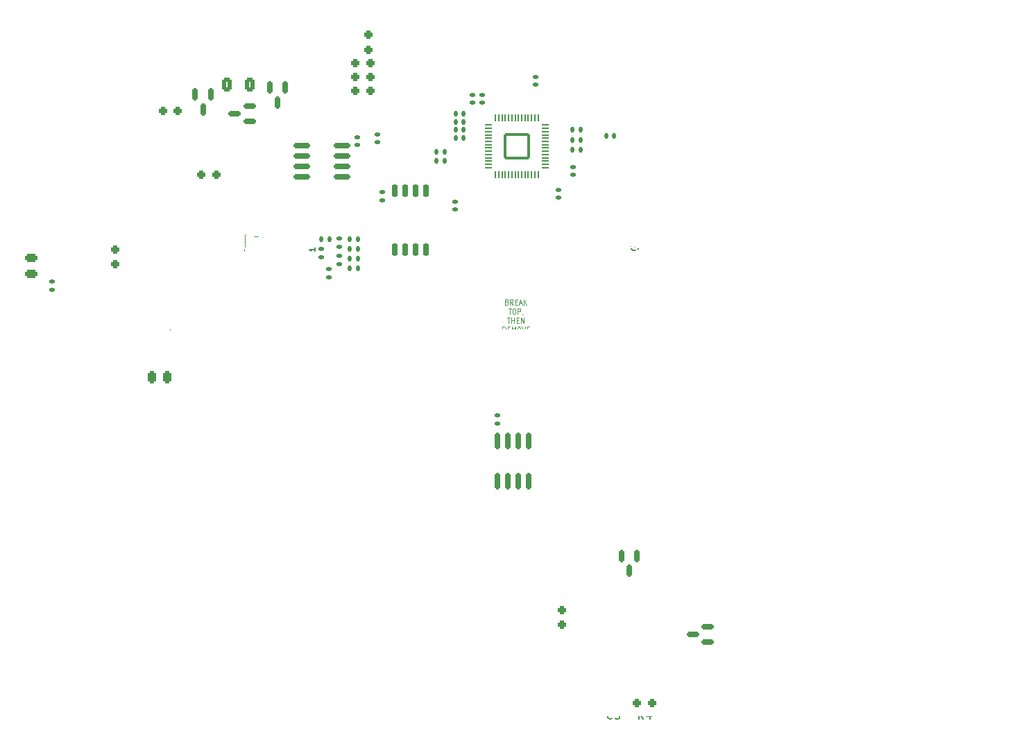
<source format=gto>
G04 #@! TF.GenerationSoftware,KiCad,Pcbnew,(6.0.9)*
G04 #@! TF.CreationDate,2022-12-12T22:53:00-08:00*
G04 #@! TF.ProjectId,PhoZL-2.0.2,50686f5a-4c2d-4322-9e30-2e322e6b6963,rev?*
G04 #@! TF.SameCoordinates,Original*
G04 #@! TF.FileFunction,Legend,Top*
G04 #@! TF.FilePolarity,Positive*
%FSLAX46Y46*%
G04 Gerber Fmt 4.6, Leading zero omitted, Abs format (unit mm)*
G04 Created by KiCad (PCBNEW (6.0.9)) date 2022-12-12 22:53:00*
%MOMM*%
%LPD*%
G01*
G04 APERTURE LIST*
G04 Aperture macros list*
%AMRoundRect*
0 Rectangle with rounded corners*
0 $1 Rounding radius*
0 $2 $3 $4 $5 $6 $7 $8 $9 X,Y pos of 4 corners*
0 Add a 4 corners polygon primitive as box body*
4,1,4,$2,$3,$4,$5,$6,$7,$8,$9,$2,$3,0*
0 Add four circle primitives for the rounded corners*
1,1,$1+$1,$2,$3*
1,1,$1+$1,$4,$5*
1,1,$1+$1,$6,$7*
1,1,$1+$1,$8,$9*
0 Add four rect primitives between the rounded corners*
20,1,$1+$1,$2,$3,$4,$5,0*
20,1,$1+$1,$4,$5,$6,$7,0*
20,1,$1+$1,$6,$7,$8,$9,0*
20,1,$1+$1,$8,$9,$2,$3,0*%
%AMHorizOval*
0 Thick line with rounded ends*
0 $1 width*
0 $2 $3 position (X,Y) of the first rounded end (center of the circle)*
0 $4 $5 position (X,Y) of the second rounded end (center of the circle)*
0 Add line between two ends*
20,1,$1,$2,$3,$4,$5,0*
0 Add two circle primitives to create the rounded ends*
1,1,$1,$2,$3*
1,1,$1,$4,$5*%
%AMFreePoly0*
4,1,397,1.800000,-0.940000,0.408673,-0.940000,0.403277,-1.027235,0.401356,-1.133531,0.402945,-1.281398,0.411246,-1.393555,0.428015,-1.476550,0.454895,-1.537030,0.493756,-1.582129,0.534103,-1.611203,0.615558,-1.643348,0.697633,-1.653926,0.796329,-1.665641,0.796818,-1.665915,0.797379,-1.665882,0.885602,-1.696499,0.886085,-1.696929,0.886718,-1.697051,0.953945,-1.741469,0.954506,-1.742299,
0.955336,-1.742850,0.991086,-1.795975,0.991245,-1.796757,0.991743,-1.797383,0.992100,-1.798622,0.992059,-1.798988,0.992245,-1.799304,0.998244,-1.841600,0.998195,-1.841790,0.998283,-1.841968,1.003319,-1.917100,1.003293,-1.917176,1.003327,-1.917249,1.006969,-2.015726,1.006949,-2.015779,1.006971,-2.015830,1.008789,-2.128157,1.008776,-2.128189,1.008790,-2.128221,1.008917,-2.166485,
1.009242,-2.278465,1.009223,-2.278512,1.009241,-2.278558,1.007796,-2.371336,1.007717,-2.371520,1.007776,-2.371710,1.000931,-2.447096,1.000725,-2.447490,1.000783,-2.447927,0.984905,-2.507730,0.984444,-2.508334,0.984321,-2.509082,0.955778,-2.555109,0.955023,-2.555652,0.954554,-2.556455,0.909717,-2.590517,0.908982,-2.590710,0.908423,-2.591227,0.843661,-2.615132,0.843193,-2.615114,
0.842798,-2.615365,0.754478,-2.630921,0.754229,-2.630866,0.754000,-2.630982,0.638493,-2.639998,0.638370,-2.639958,0.638251,-2.640011,0.491924,-2.644296,0.491870,-2.644275,0.491816,-2.644298,0.311040,-2.645661,0.311024,-2.645654,0.311008,-2.645661,0.092153,-2.645911,0.051430,-2.645971,-0.178230,-2.646549,-0.178242,-2.646544,-0.178254,-2.646549,-0.369163,-2.646129,-0.369210,-2.646109,
-0.369258,-2.646128,-0.524988,-2.642817,-0.525096,-2.642769,-0.525207,-2.642807,-0.649331,-2.634711,-0.649539,-2.634608,-0.649766,-2.634664,-0.745858,-2.619891,-0.746222,-2.619670,-0.746647,-2.619703,-0.818278,-2.596360,-0.818812,-2.595903,-0.819501,-2.595767,-0.870245,-2.561959,-0.870750,-2.561206,-0.871523,-2.560730,-0.904952,-2.514566,-0.905138,-2.513788,-0.905656,-2.513182,-0.925342,-2.452766,
-0.925303,-2.452268,-0.925550,-2.451833,-0.935068,-2.375274,-0.935002,-2.375036,-0.935104,-2.374811,-0.938024,-2.280213,-0.937994,-2.280133,-0.938026,-2.280055,-0.937923,-2.165521,-0.937833,-2.119370,-0.937834,-1.803410,-0.936369,-1.799874,-0.877066,-1.740572,-0.876576,-1.740369,-0.876278,-1.739930,-0.793514,-1.685525,-0.792729,-1.685375,-0.792098,-1.684883,-0.726694,-1.666833,-0.726373,-1.666873,
-0.726096,-1.666707,-0.548823,-1.640469,-0.453663,-1.607693,-0.402766,-1.569117,-0.345169,-1.511522,-0.345631,-1.136259,-0.347252,-0.974299,-0.348989,-0.940000,-0.800000,-0.940000,-0.800000,-0.215041,-0.836656,-0.193977,-0.946948,-0.164784,-1.072629,-0.163822,-1.220285,-0.190343,-1.370229,-0.234730,-1.737574,-0.379606,-2.090998,-0.562564,-2.427441,-0.780837,-2.743769,-1.031620,-3.036902,-1.312144,
-3.303709,-1.619597,-3.541085,-1.951188,-3.745975,-2.304202,-3.804811,-2.422589,-3.960839,-2.791719,-4.077792,-3.164945,-4.156752,-3.547344,-4.198758,-3.943898,-4.205358,-4.339194,-4.201969,-4.463252,-4.197628,-4.553434,-4.191104,-4.618114,-4.181212,-4.665718,-4.166709,-4.704984,-4.146174,-4.744742,-4.145984,-4.745080,-4.060578,-4.856101,-3.946974,-4.942083,-3.814392,-4.996270,-3.798578,-5.000082,
-3.761170,-5.007830,-3.726466,-5.012262,-3.688540,-5.012498,-3.641363,-5.007587,-3.579075,-4.996539,-3.495925,-4.978393,-3.386079,-4.952190,-3.243882,-4.917022,-3.160107,-4.896099,-3.160090,-4.896102,-3.160075,-4.896091,-2.825551,-4.814926,-2.825504,-4.814933,-2.825465,-4.814906,-2.520338,-4.746536,-2.520279,-4.746546,-2.520229,-4.746513,-2.234186,-4.689082,-2.234119,-4.689095,-2.234060,-4.689058,
-1.956778,-4.640707,-1.956708,-4.640723,-1.956649,-4.640687,-1.677813,-4.599558,-1.677751,-4.599574,-1.677695,-4.599542,-1.386988,-4.563779,-1.386947,-4.563790,-1.386909,-4.563770,-1.208530,-4.544727,-1.208456,-4.544749,-1.208387,-4.544714,-0.788972,-4.512186,-0.788865,-4.512221,-0.788763,-4.512174,-0.344963,-4.496401,-0.344871,-4.496435,-0.344780,-4.496398,0.114330,-4.496895,0.114414,-4.496930,
0.114500,-4.496898,0.579843,-4.513179,0.579925,-4.513216,0.580009,-4.513188,1.042509,-4.544767,1.042591,-4.544808,1.042680,-4.544781,1.493263,-4.591174,1.493353,-4.591222,1.493451,-4.591197,1.923040,-4.651918,1.923142,-4.651978,1.923257,-4.651954,2.322776,-4.726517,2.322840,-4.726559,2.322917,-4.726545,2.366542,-4.735989,2.366779,-4.736153,2.367068,-4.736133,2.514152,-4.785220,
2.514595,-4.785604,2.515171,-4.785694,2.638100,-4.860626,2.638477,-4.861143,2.639066,-4.861393,2.733566,-4.957707,2.733832,-4.958367,2.734386,-4.958814,2.796184,-5.072043,2.796268,-5.072821,2.796700,-5.073470,2.821521,-5.199153,2.821433,-5.199595,2.821615,-5.200009,2.821893,-5.212292,2.821745,-5.212674,2.821850,-5.213070,2.804925,-5.339172,2.804595,-5.339741,2.804598,-5.340396,
2.756011,-5.459423,2.755587,-5.459851,2.755451,-5.460439,2.681433,-5.564066,2.680901,-5.564398,2.680618,-5.564956,2.587399,-5.644860,2.586701,-5.645088,2.586199,-5.645622,2.480009,-5.693477,2.479486,-5.693493,2.479057,-5.693796,2.457728,-5.698617,2.457323,-5.698547,2.456955,-5.698729,2.387087,-5.703343,2.386780,-5.703239,2.386474,-5.703346,2.280533,-5.697312,2.280388,-5.697242,
2.280234,-5.697286,2.136975,-5.680464,2.136894,-5.680419,2.136804,-5.680441,1.954985,-5.652688,1.954937,-5.652659,1.954885,-5.652671,1.775715,-5.621580,1.422750,-5.567304,1.038613,-5.525452,0.632604,-5.496232,0.214024,-5.479852,-0.207803,-5.476527,-0.623559,-5.486465,-1.023796,-5.509873,-1.399392,-5.546974,-1.418991,-5.549396,-1.773556,-5.601353,-2.152156,-5.670741,-2.541796,-5.754671,
-2.929412,-5.850236,-3.301917,-5.954528,-3.460779,-6.003419,-3.460810,-6.003416,-3.460833,-6.003435,-3.663945,-6.063458,-3.664094,-6.063442,-3.664216,-6.063530,-3.834344,-6.103619,-3.834572,-6.103582,-3.834770,-6.103700,-3.976058,-6.124270,-3.976395,-6.124185,-3.976715,-6.124322,-4.093298,-6.125789,-4.093760,-6.125604,-4.094244,-6.125710,-4.190263,-6.108489,-4.190728,-6.108191,-4.191282,-6.108192,
-4.253671,-6.082532,-4.254052,-6.082153,-4.254578,-6.082044,-4.390550,-5.989695,-4.390910,-5.989147,-4.391500,-5.988856,-4.490511,-5.875964,-4.490746,-5.875273,-4.491284,-5.874779,-4.553881,-5.740424,-4.553911,-5.739735,-4.554278,-5.739152,-4.581011,-5.582417,-4.580926,-5.582043,-4.581081,-5.581691,-4.582207,-5.532634,-4.585052,-5.448410,-4.593539,-5.336992,-4.606346,-5.213085,-4.621904,-5.092970,
-4.660414,-4.793081,-4.660386,-4.792977,-4.660436,-4.792880,-4.684051,-4.523303,-4.684011,-4.523176,-4.684067,-4.523053,-4.693275,-4.274662,-4.693222,-4.274518,-4.693277,-4.274377,-4.688570,-4.038046,-4.688527,-4.037948,-4.688562,-4.037846,-4.683262,-3.949808,-4.683212,-3.949705,-4.683245,-3.949595,-4.643853,-3.567529,-4.643760,-3.567356,-4.643802,-3.567164,-4.580385,-3.211057,-4.580266,-3.210871,
-4.580295,-3.210654,-4.490070,-2.869846,-4.489936,-2.869670,-4.489947,-2.869447,-4.370127,-2.533281,-4.369996,-2.533136,-4.369991,-2.532939,-4.230649,-2.217397,-4.230522,-2.217276,-4.230507,-2.217102,-4.055517,-1.882177,-4.055357,-1.882043,-4.055322,-1.881838,-3.864133,-1.576577,-3.863949,-1.576446,-3.863893,-1.576229,-3.648848,-1.289829,-3.648663,-1.289720,-3.648593,-1.289516,-3.402039,-1.011177,
-3.401923,-1.011121,-3.401875,-1.011000,-3.307079,-0.913845,-3.306971,-0.913799,-3.306923,-0.913692,-3.042008,-0.664949,-3.041821,-0.664878,-3.041726,-0.664704,-2.773401,-0.448059,-2.773192,-0.447997,-2.773072,-0.447815,-2.490391,-0.255508,-2.490186,-0.255465,-2.490057,-0.255299,-2.182072,-0.079569,-2.181932,-0.079551,-2.181839,-0.079444,-2.003995,0.009919,-2.003897,0.009926,-2.003830,0.009998,
-1.798346,0.104003,-1.798219,0.104008,-1.798129,0.104096,-1.595978,0.185244,-1.595842,0.185243,-1.595741,0.185332,-1.384936,0.257810,-1.384815,0.257803,-1.384720,0.257879,-1.153282,0.325873,-1.153197,0.325864,-1.153128,0.325916,-0.944671,0.379992,-0.800000,0.417724,-0.800000,1.660000,1.800000,1.660000,1.800000,-0.940000,1.800000,-0.940000,$1*%
%AMFreePoly1*
4,1,466,4.128268,6.138208,4.128693,6.138340,4.221084,6.129783,4.221580,6.129522,4.222136,6.129569,4.303090,6.103861,4.303514,6.103504,4.304063,6.103433,4.379090,6.060442,4.379347,6.060109,4.379750,6.059990,4.454357,5.999588,4.454443,5.999429,4.454613,5.999366,4.475155,5.980289,4.475217,5.980153,4.475355,5.980093,4.535551,5.917527,4.535693,5.917166,4.536021,5.916960,
4.580360,5.854677,4.580476,5.854173,4.580852,5.853817,4.612519,5.782932,4.612532,5.782477,4.612804,5.782110,4.634982,5.693736,4.634940,5.693452,4.635085,5.693204,4.650959,5.578454,4.650926,5.578326,4.650987,5.578209,4.661229,5.462209,4.672755,5.333438,4.687835,5.196765,4.704385,5.069757,4.718284,4.981170,4.718280,4.981155,4.718288,4.981143,4.730835,4.898185,
4.730804,4.898058,4.730865,4.897944,4.740372,4.804730,4.740342,4.804628,4.740389,4.804531,4.747181,4.694391,4.747155,4.694317,4.747187,4.694247,4.751588,4.560508,4.751570,4.560460,4.751590,4.560414,4.753927,4.396403,4.753917,4.396378,4.753928,4.396351,4.754530,4.238019,4.754524,4.238004,4.754530,4.237990,4.754205,4.062905,4.754196,4.062883,4.754205,4.062861,
4.752711,3.922460,4.752693,3.922418,4.752709,3.922376,4.749589,3.809017,4.749559,3.808949,4.749583,3.808879,4.744385,3.714921,4.744340,3.714828,4.744371,3.714729,4.736640,3.632530,4.736587,3.632429,4.736616,3.632318,4.725898,3.554235,4.725849,3.554152,4.725870,3.554060,4.711710,3.472450,4.711689,3.472416,4.711697,3.472376,4.707744,3.451457,4.707678,3.451356,
4.707697,3.451237,4.601013,2.998814,4.600876,2.998624,4.600893,2.998393,4.458156,2.566588,4.458000,2.566407,4.457996,2.566166,4.280044,2.156216,4.279867,2.156045,4.279840,2.155801,4.067508,1.768941,4.067314,1.768785,4.067263,1.768540,3.821388,1.406007,3.821178,1.405869,3.821104,1.405627,3.542521,1.068654,3.542298,1.068536,3.542201,1.068303,3.231746,0.758128,
3.231514,0.758032,3.231397,0.757811,2.889906,0.475668,2.889672,0.475596,2.889538,0.475392,2.527847,0.228688,2.527654,0.228648,2.527534,0.228491,2.274813,0.082318,2.274645,0.082296,2.274533,0.082167,2.015739,-0.046296,2.015564,-0.046308,2.015442,-0.046431,1.742981,-0.160145,1.742817,-0.160145,1.742694,-0.160255,1.448971,-0.262176,1.448830,-0.262168,1.448719,-0.262256,
1.126139,-0.355343,1.126038,-0.355332,1.125956,-0.355392,0.859132,-0.421512,0.715035,-0.463160,0.589378,-0.519345,0.518465,-0.560591,0.493893,-0.575351,0.460705,-0.606956,0.314786,-0.693941,0.200000,-0.731237,0.200000,-1.240000,1.800000,-1.240000,1.800000,-3.840000,-0.800000,-3.840000,-0.800000,-1.240000,-0.200000,-1.240000,-0.200000,-0.733543,-0.343569,-0.680150,-0.485717,-0.587131,
-0.603725,-0.464931,-0.691726,-0.319622,-0.745348,-0.158429,-0.761926,0.010639,-0.740634,0.179178,-0.682532,0.338812,-0.590508,0.481606,-0.469134,0.600464,-0.402247,0.641613,-0.381218,0.685926,-0.363081,0.750183,-0.352297,0.829119,-0.346998,0.930789,-0.345283,1.063231,-0.345166,1.138528,-0.345166,1.509656,-0.412391,1.576650,-0.453385,1.613052,-0.494509,1.635166,-0.550419,1.648609,
-0.633798,1.658206,-0.633815,1.658216,-0.633835,1.658210,-0.735724,1.670718,-0.736025,1.670888,-0.736368,1.670840,-0.813236,1.690732,-0.813815,1.691168,-0.814532,1.691271,-0.869861,1.724049,-0.870477,1.724870,-0.871355,1.725407,-0.908627,1.776578,-0.908828,1.777413,-0.909371,1.778075,-0.932068,1.853142,-0.932021,1.853619,-0.932251,1.854037,-0.943855,1.958506,-0.943794,1.958715,
-0.943884,1.958915,-0.947876,2.098289,-0.947853,2.098349,-0.947878,2.098409,-0.948119,2.153061,-0.948110,2.153083,-0.948119,2.153106,-0.947572,2.274538,-0.947546,2.274600,-0.947570,2.274663,-0.944996,2.362151,-0.944930,2.362299,-0.944978,2.362453,-0.939399,2.424372,-0.939251,2.424654,-0.939309,2.424968,-0.929749,2.469691,-0.929490,2.470067,-0.929494,2.470520,-0.914977,2.506423,
-0.914758,2.506646,-0.914724,2.506956,-0.904316,2.525907,-0.904043,2.526126,-0.903959,2.526465,-0.866993,2.576658,-0.866099,2.577198,-0.865462,2.578026,-0.819733,2.604357,-0.818946,2.604460,-0.818294,2.604911,-0.763406,2.616776,-0.763058,2.616713,-0.762741,2.616874,-0.720082,2.620218,-0.719983,2.620186,-0.719889,2.620229,-0.640375,2.623383,-0.640340,2.623370,-0.640306,2.623385,
-0.529412,2.626248,-0.529393,2.626241,-0.529373,2.626249,-0.392576,2.628720,-0.392563,2.628715,-0.392548,2.628721,-0.235325,2.630702,-0.235313,2.630697,-0.235302,2.630702,-0.063130,2.632091,-0.063120,2.632087,-0.063110,2.632091,0.105645,2.632764,0.105650,2.632762,0.105655,2.632764,0.879570,2.634333,0.879626,2.634310,0.879685,2.634333,0.881406,2.633577,0.883109,2.632876,
0.883133,2.632819,0.883189,2.632794,1.007526,2.503131,1.008191,2.501427,1.008916,2.499764,1.022193,1.790384,1.022004,1.789903,1.022114,1.789397,1.021327,1.788175,1.020796,1.786821,1.020322,1.786614,1.020042,1.786180,0.938079,1.729380,0.937775,1.729314,0.937578,1.729075,0.862966,1.689426,0.862399,1.689371,0.861949,1.689021,0.767087,1.662862,0.766783,1.662900,
0.766522,1.662741,0.611235,1.638723,0.553188,1.621632,0.510108,1.595836,0.482248,1.570604,0.451531,1.536342,0.431798,1.501011,0.419069,1.452589,0.409893,1.379223,0.405065,1.323546,0.398833,1.188821,0.400588,1.050678,0.409490,0.919076,0.424679,0.804120,0.445263,0.715900,0.458644,0.682236,0.496745,0.618693,0.553496,0.536915,0.619501,0.449262,0.685420,0.367950,
0.741929,0.305155,0.760753,0.287115,0.851531,0.220540,0.948976,0.178302,1.058036,0.160336,1.183624,0.166832,1.330474,0.198084,1.503196,0.254343,1.661846,0.316964,2.044001,0.499136,2.404894,0.716821,2.742004,0.967905,3.052698,1.250222,3.334373,1.561614,3.584498,1.900027,3.592635,1.912312,3.804036,2.270847,3.978612,2.648258,4.115389,3.041009,4.213329,3.445469,
4.271390,3.857989,4.288538,4.275045,4.287307,4.346125,4.283718,4.467132,4.279281,4.554489,4.272589,4.616802,4.262257,4.662916,4.246852,4.701835,4.224760,4.742619,4.221734,4.747801,4.145181,4.845771,4.044803,4.927645,3.932151,4.986330,3.818836,5.014661,3.789188,5.016151,3.746621,5.011074,3.669589,4.996666,3.565277,4.974452,3.440528,4.945921,3.302195,4.912567,
3.214437,4.890585,3.214420,4.890587,3.214406,4.890577,2.815024,4.793254,2.814959,4.793264,2.814906,4.793227,2.443760,4.712213,2.443681,4.712227,2.443613,4.712183,2.091318,4.646311,2.091228,4.646330,2.091148,4.646282,1.748319,4.594385,1.748224,4.594409,1.748138,4.594361,1.405393,4.555272,1.405301,4.555298,1.405215,4.555255,1.053168,4.527805,1.053086,4.527832,
1.053008,4.527795,0.682274,4.510818,0.682206,4.510842,0.682141,4.510814,0.283338,4.503143,0.283299,4.503158,0.283261,4.503142,0.093769,4.502415,0.093747,4.502424,0.093725,4.502415,-0.186213,4.503810,-0.186246,4.503824,-0.186279,4.503811,-0.433122,4.508277,-0.433167,4.508297,-0.433215,4.508279,-0.656131,4.516457,-0.656189,4.516484,-0.656249,4.516463,-0.864407,4.528998,
-0.864471,4.529029,-0.864538,4.529008,-1.067106,4.546542,-1.067166,4.546573,-1.067233,4.546554,-1.273381,4.569731,-1.273433,4.569760,-1.273489,4.569745,-1.492384,4.599206,-1.492418,4.599226,-1.492457,4.599216,-1.674406,4.626426,-1.674433,4.626442,-1.674463,4.626435,-1.904357,4.663529,-1.904406,4.663559,-1.904462,4.663547,-2.096151,4.698659,-2.096235,4.698714,-2.096335,4.698696,
-2.253773,4.733682,-2.253909,4.733778,-2.254075,4.733759,-2.381216,4.770476,-2.381422,4.770640,-2.381685,4.770637,-2.482483,4.810940,-2.482761,4.811211,-2.483147,4.811264,-2.561556,4.857008,-2.561866,4.857416,-2.562349,4.857582,-2.622321,4.910623,-2.622566,4.911125,-2.623044,4.911416,-2.668538,4.973609,-2.668653,4.974081,-2.669014,4.974406,-2.703980,5.047608,-2.703997,5.047928,
-2.704208,5.048170,-2.729354,5.122980,-2.729326,5.123385,-2.729544,5.123731,-2.747077,5.226339,-2.746909,5.227077,-2.747109,5.227807,-2.734722,5.326017,-2.734366,5.326642,-2.734357,5.327359,-2.689766,5.431502,-2.689483,5.431778,-2.689419,5.432169,-2.646003,5.502175,-2.645625,5.502446,-2.645470,5.502885,-2.553430,5.605135,-2.552738,5.605466,-2.552280,5.606081,-2.440413,5.672988,
-2.439614,5.673106,-2.438956,5.673572,-2.312193,5.702410,-2.311704,5.702327,-2.311251,5.702532,-2.282333,5.703497,-2.282091,5.703406,-2.281845,5.703490,-2.225873,5.699891,-2.225756,5.699834,-2.225633,5.699869,-2.137511,5.689915,-2.137459,5.689886,-2.137399,5.689902,-2.026618,5.674855,-2.026580,5.674833,-2.026538,5.674843,-1.902592,5.655964,-1.902563,5.655946,-1.902529,5.655954,
-1.813769,5.641264,-1.274400,5.560469,-0.752528,5.506712,-0.233836,5.478924,0.296010,5.476047,0.389909,5.478003,0.903842,5.499723,1.389863,5.540027,1.858776,5.600707,2.321288,5.683551,2.788090,5.790347,3.269958,5.922906,3.532645,6.003440,3.532650,6.003439,3.532656,6.003444,3.725889,6.062200,3.725988,6.062190,3.726068,6.062251,3.885827,6.104373,3.886006,6.104349,
3.886156,6.104448,4.017949,6.129806,4.018242,6.129746,4.018508,6.129881,4.127846,6.138346,4.128268,6.138208,4.128268,6.138208,$1*%
%AMFreePoly2*
4,1,109,2.423048,2.892512,2.446920,2.888310,2.451927,2.883128,2.458779,2.880902,2.473024,2.861296,2.489866,2.843866,2.490871,2.836731,2.495106,2.830902,2.495106,2.806663,2.498486,2.782666,2.471432,2.628953,2.468694,2.623799,2.468851,2.617962,2.380444,2.318632,2.376698,2.313172,2.376028,2.306587,2.250031,2.021036,2.245617,2.016101,2.244110,2.009656,2.203805,1.943010,
2.482545,2.046854,2.491614,2.046526,2.500000,2.050000,4.000000,2.050000,4.035355,2.035355,4.050000,2.000000,4.050000,0.900000,4.035355,0.864645,4.000000,0.850000,2.500000,0.850000,2.491234,0.853631,2.481746,0.853451,1.980546,1.050000,1.361999,1.050000,1.105862,0.905567,1.099374,0.904257,1.094308,0.899996,0.805051,0.782755,0.798448,0.782286,0.792878,0.778709,
0.500000,0.701823,0.500000,0.571170,0.597174,0.473315,0.687196,0.329249,0.743064,0.168820,0.762000,0.000000,0.761703,-0.021276,0.738060,-0.189502,0.677735,-0.348309,0.583726,-0.489804,0.460705,-0.606956,0.314786,-0.693941,0.153221,-0.746436,-0.015958,-0.761833,-0.184344,-0.739365,-0.343569,-0.680150,-0.485717,-0.587131,-0.603725,-0.464931,-0.691726,-0.319622,-0.745348,-0.158429,
-0.761926,0.010639,-0.740634,0.179178,-0.682532,0.338812,-0.590508,0.481606,-0.500000,0.570238,-0.500000,0.701823,-0.792878,0.778709,-0.798448,0.782286,-0.805050,0.782755,-1.094308,0.899996,-1.099374,0.904257,-1.105862,0.905567,-1.344265,1.040000,-1.980989,1.040000,-2.482545,0.853146,-2.491614,0.853474,-2.500000,0.850000,-4.000000,0.850000,-4.035355,0.864645,-4.050000,0.900000,
-4.050000,2.000000,-4.035355,2.035355,-4.000000,2.050000,-2.500000,2.050000,-2.491234,2.046369,-2.481746,2.046549,-2.199479,1.935856,-2.244110,2.009656,-2.245617,2.016101,-2.250031,2.021036,-2.376029,2.306588,-2.376699,2.313174,-2.380443,2.318631,-2.468851,2.617962,-2.468694,2.623799,-2.471432,2.628953,-2.498486,2.782666,-2.495106,2.806663,-2.495106,2.830902,-2.490871,2.836731,
-2.489866,2.843866,-2.473024,2.861296,-2.458779,2.880902,-2.451927,2.883128,-2.446920,2.888310,-2.423048,2.892512,-2.400000,2.900000,2.400000,2.900000,2.423048,2.892512,2.423048,2.892512,$1*%
%AMFreePoly3*
4,1,109,0.174003,0.741867,0.334039,0.684881,0.477472,0.593856,0.597174,0.473315,0.687196,0.329249,0.743064,0.168820,0.762000,0.000000,0.761703,-0.021276,0.738060,-0.189502,0.677735,-0.348309,0.583726,-0.489804,0.500000,-0.569536,0.500000,-0.701823,0.792878,-0.778709,0.798448,-0.782286,0.805051,-0.782755,1.094308,-0.899996,1.099374,-0.904257,1.105862,-0.905567,1.346039,-1.041000,
1.979990,-1.041000,2.481545,-0.854146,2.490614,-0.854474,2.499000,-0.851000,4.000000,-0.851000,4.035355,-0.865645,4.050000,-0.901000,4.050000,-2.001000,4.035355,-2.036355,4.000000,-2.051000,2.499000,-2.051000,2.490234,-2.047369,2.480746,-2.047549,2.200583,-1.937681,2.244110,-2.009656,2.245617,-2.016101,2.250031,-2.021036,2.376028,-2.306587,2.376698,-2.313172,2.380444,-2.318632,
2.468851,-2.617962,2.468694,-2.623799,2.471432,-2.628953,2.498486,-2.782666,2.495106,-2.806663,2.495106,-2.830902,2.490871,-2.836731,2.489866,-2.843866,2.473024,-2.861296,2.458779,-2.880902,2.451927,-2.883128,2.446920,-2.888310,2.423048,-2.892512,2.400000,-2.900000,-2.400000,-2.900000,-2.423048,-2.892512,-2.446920,-2.888310,-2.451927,-2.883128,-2.458779,-2.880902,-2.473024,-2.861296,
-2.489866,-2.843866,-2.490871,-2.836731,-2.495106,-2.830902,-2.495106,-2.806663,-2.498486,-2.782666,-2.471432,-2.628953,-2.468694,-2.623799,-2.468851,-2.617962,-2.380443,-2.318631,-2.376699,-2.313174,-2.376029,-2.306588,-2.250031,-2.021036,-2.245617,-2.016101,-2.244110,-2.009656,-2.203805,-1.943010,-2.482545,-2.046854,-2.491614,-2.046526,-2.500000,-2.050000,-4.000000,-2.050000,-4.035355,-2.035355,
-4.050000,-2.000000,-4.050000,-0.900000,-4.035355,-0.864645,-4.000000,-0.850000,-2.500000,-0.850000,-2.491234,-0.853631,-2.481746,-0.853451,-1.980545,-1.050000,-1.361999,-1.050000,-1.105862,-0.905567,-1.099374,-0.904257,-1.094308,-0.899996,-0.805050,-0.782755,-0.798448,-0.782286,-0.792878,-0.778709,-0.500000,-0.701823,-0.500000,-0.572341,-0.603725,-0.464931,-0.691726,-0.319622,-0.745348,-0.158429,
-0.761926,0.010639,-0.740634,0.179178,-0.682532,0.338812,-0.590508,0.481606,-0.469134,0.600464,-0.324444,0.689478,-0.163628,0.744224,0.005320,0.761981,0.174003,0.741867,0.174003,0.741867,$1*%
%AMFreePoly4*
4,1,52,0.073905,0.494508,0.209726,0.453889,0.328688,0.376782,0.421226,0.269385,0.479903,0.140333,0.500000,0.000000,0.499851,-0.012216,0.493270,-0.051334,2.240667,-0.051334,2.244203,-0.052798,2.245667,-0.056334,2.245667,-5.115167,2.244203,-5.118703,2.240667,-5.120167,1.669167,-5.120167,1.665631,-5.118703,1.664167,-5.115167,1.664167,-0.632834,0.213667,-0.632834,0.213667,-5.115167,
0.212203,-5.118703,0.208667,-5.120167,-0.384000,-5.120167,-0.387536,-5.118703,-0.389000,-5.115167,-0.389000,-0.632834,-1.860666,-0.632834,-1.860666,-5.115167,-1.862130,-5.118703,-1.865666,-5.120167,-2.437166,-5.120167,-2.440702,-5.118703,-2.442166,-5.115167,-2.442166,-0.056334,-2.440702,-0.052798,-2.437166,-0.051334,-0.540331,-0.051334,-0.516310,0.048800,-0.516081,0.049116,-0.516084,0.049507,
-0.478875,0.141542,-0.478152,0.146186,-0.469840,0.163891,-0.466788,0.171439,-0.466264,0.171972,-0.466055,0.172692,-0.465216,0.173739,-0.417904,0.274511,-0.324060,0.380769,-0.204165,0.456417,-0.067858,0.495374,0.073905,0.494508,0.073905,0.494508,$1*%
%AMFreePoly5*
4,1,69,2.426383,5.069651,2.428131,5.068968,2.428153,5.068918,2.428203,5.068897,2.428915,5.067177,2.429666,5.065462,2.429646,5.065411,2.429667,5.065361,2.429667,0.026500,2.428203,0.022964,2.424667,0.021500,1.697721,0.021500,1.514570,0.021092,1.334660,0.019937,1.164978,0.018135,1.012624,0.015784,0.884488,0.012987,0.787775,0.009847,0.749088,0.007927,0.530743,-0.005432,
0.508394,-0.088993,0.508170,-0.089285,0.508167,-0.089653,0.458855,-0.205995,0.458401,-0.206442,0.458241,-0.207057,0.434305,-0.238758,0.414519,-0.279596,0.319384,-0.384700,0.198574,-0.458877,0.061801,-0.496166,-0.079941,-0.493568,-0.215256,-0.451293,-0.333266,-0.372738,-0.424486,-0.264219,-0.481581,-0.134460,-0.499963,0.006109,-0.498457,0.015784,-0.497567,0.021500,-2.253166,0.021500,
-2.256702,0.022964,-2.258166,0.026500,-2.258166,5.064166,-2.256702,5.067702,-2.253166,5.069166,-1.681666,5.069166,-1.678130,5.067702,-1.676666,5.064166,-1.676666,0.581833,-0.205000,0.581833,-0.205000,5.064166,-0.203536,5.067702,-0.200000,5.069166,0.371500,5.069166,0.375036,5.067702,0.376500,5.064166,0.376500,0.581833,1.826819,0.581833,1.837584,5.053595,1.838292,5.055293,
1.838977,5.057047,1.839034,5.057072,1.839057,5.057127,1.840742,5.057820,1.842483,5.058582,2.424566,5.070360,2.424617,5.070340,2.424667,5.070361,2.426383,5.069651,2.426383,5.069651,$1*%
G04 Aperture macros list end*
%ADD10C,0.120000*%
%ADD11C,0.150000*%
%ADD12C,0.100000*%
%ADD13C,0.110000*%
%ADD14C,0.127000*%
%ADD15C,0.200000*%
%ADD16C,3.560000*%
%ADD17C,3.560001*%
%ADD18C,0.814255*%
%ADD19C,2.590494*%
%ADD20C,0.810267*%
%ADD21C,0.010000*%
%ADD22FreePoly0,0.000000*%
%ADD23FreePoly1,0.000000*%
%ADD24C,0.800000*%
%ADD25FreePoly0,41.000000*%
%ADD26FreePoly1,41.000000*%
%ADD27HorizOval,1.700000X0.259808X-0.150000X-0.259808X0.150000X0*%
%ADD28C,2.500000*%
%ADD29FreePoly2,180.000000*%
%ADD30FreePoly3,180.000000*%
%ADD31FreePoly2,270.000000*%
%ADD32FreePoly3,270.000000*%
%ADD33FreePoly2,90.000000*%
%ADD34FreePoly3,90.000000*%
%ADD35C,2.000000*%
%ADD36C,1.600000*%
%ADD37HorizOval,2.800000X-0.568661X0.191376X0.568661X-0.191376X0*%
%ADD38HorizOval,1.600000X0.026168X0.499315X-0.026168X-0.499315X0*%
%ADD39R,0.750000X1.200000*%
%ADD40FreePoly4,0.000000*%
%ADD41C,1.000000*%
%ADD42FreePoly5,0.000000*%
%ADD43FreePoly0,297.000000*%
%ADD44FreePoly1,297.000000*%
%ADD45C,5.200000*%
%ADD46C,1.800000*%
%ADD47C,2.400000*%
%ADD48C,2.200000*%
%ADD49FreePoly0,12.000000*%
%ADD50FreePoly1,12.000000*%
%ADD51O,2.800000X2.200000*%
%ADD52RoundRect,0.250000X-0.375000X-0.625000X0.375000X-0.625000X0.375000X0.625000X-0.375000X0.625000X0*%
%ADD53RoundRect,0.237500X-0.250000X-0.237500X0.250000X-0.237500X0.250000X0.237500X-0.250000X0.237500X0*%
%ADD54RoundRect,0.150000X0.150000X-0.650000X0.150000X0.650000X-0.150000X0.650000X-0.150000X-0.650000X0*%
%ADD55RoundRect,0.135000X-0.135000X-0.185000X0.135000X-0.185000X0.135000X0.185000X-0.135000X0.185000X0*%
%ADD56RoundRect,0.135000X0.135000X0.185000X-0.135000X0.185000X-0.135000X-0.185000X0.135000X-0.185000X0*%
%ADD57RoundRect,0.140000X0.140000X0.170000X-0.140000X0.170000X-0.140000X-0.170000X0.140000X-0.170000X0*%
%ADD58R,2.000000X1.500000*%
%ADD59R,2.000000X3.800000*%
%ADD60RoundRect,0.140000X-0.170000X0.140000X-0.170000X-0.140000X0.170000X-0.140000X0.170000X0.140000X0*%
%ADD61R,1.400000X1.200000*%
%ADD62RoundRect,0.140000X-0.140000X-0.170000X0.140000X-0.170000X0.140000X0.170000X-0.140000X0.170000X0*%
%ADD63RoundRect,0.135000X0.185000X-0.135000X0.185000X0.135000X-0.185000X0.135000X-0.185000X-0.135000X0*%
%ADD64R,1.200000X0.750000*%
%ADD65R,0.750000X1.000000*%
%ADD66RoundRect,0.140000X0.170000X-0.140000X0.170000X0.140000X-0.170000X0.140000X-0.170000X-0.140000X0*%
%ADD67RoundRect,0.150000X0.587500X0.150000X-0.587500X0.150000X-0.587500X-0.150000X0.587500X-0.150000X0*%
%ADD68RoundRect,0.150000X-0.150000X0.587500X-0.150000X-0.587500X0.150000X-0.587500X0.150000X0.587500X0*%
%ADD69RoundRect,0.250000X-0.475000X0.250000X-0.475000X-0.250000X0.475000X-0.250000X0.475000X0.250000X0*%
%ADD70RoundRect,0.135000X-0.185000X0.135000X-0.185000X-0.135000X0.185000X-0.135000X0.185000X0.135000X0*%
%ADD71RoundRect,0.150000X0.150000X-0.825000X0.150000X0.825000X-0.150000X0.825000X-0.150000X-0.825000X0*%
%ADD72RoundRect,0.050000X0.050000X-0.387500X0.050000X0.387500X-0.050000X0.387500X-0.050000X-0.387500X0*%
%ADD73RoundRect,0.050000X0.387500X-0.050000X0.387500X0.050000X-0.387500X0.050000X-0.387500X-0.050000X0*%
%ADD74RoundRect,0.144000X1.456000X-1.456000X1.456000X1.456000X-1.456000X1.456000X-1.456000X-1.456000X0*%
%ADD75RoundRect,0.237500X0.250000X0.237500X-0.250000X0.237500X-0.250000X-0.237500X0.250000X-0.237500X0*%
%ADD76R,1.700000X1.700000*%
%ADD77C,0.787400*%
%ADD78RoundRect,0.237500X-0.237500X0.250000X-0.237500X-0.250000X0.237500X-0.250000X0.237500X0.250000X0*%
%ADD79RoundRect,0.237500X0.237500X-0.250000X0.237500X0.250000X-0.237500X0.250000X-0.237500X-0.250000X0*%
%ADD80RoundRect,0.150000X0.594545X0.119047X-0.578844X0.180542X-0.594545X-0.119047X0.578844X-0.180542X0*%
%ADD81O,2.600000X1.600000*%
%ADD82HorizOval,2.800000X-0.161352X-0.577898X0.161352X0.577898X0*%
%ADD83RoundRect,0.150000X0.119047X-0.594545X0.180542X0.578844X-0.119047X0.594545X-0.180542X-0.578844X0*%
%ADD84R,1.200000X0.900000*%
%ADD85O,1.350000X2.000000*%
%ADD86R,0.900000X1.200000*%
%ADD87R,0.400000X1.350000*%
%ADD88R,1.200000X1.550000*%
%ADD89R,1.500000X1.550000*%
%ADD90O,1.250000X0.950000*%
%ADD91O,0.890000X1.550000*%
%ADD92HorizOval,1.700000X0.259808X0.150000X-0.259808X-0.150000X0*%
%ADD93RoundRect,0.150000X-0.825000X-0.150000X0.825000X-0.150000X0.825000X0.150000X-0.825000X0.150000X0*%
%ADD94RoundRect,0.250000X-0.250000X-0.475000X0.250000X-0.475000X0.250000X0.475000X-0.250000X0.475000X0*%
%ADD95O,2.250000X1.700000*%
%ADD96R,2.250000X1.700000*%
%ADD97O,1.600000X2.500000*%
%ADD98O,1.250000X2.500000*%
%ADD99O,1.400000X2.000000*%
%ADD100R,1.400000X2.000000*%
%ADD101R,2.000000X1.350000*%
%ADD102O,2.000000X1.350000*%
%ADD103R,2.200000X1.350000*%
%ADD104O,2.200000X1.350000*%
%ADD105R,1.350000X2.000000*%
G04 APERTURE END LIST*
D10*
X160121600Y-71120000D02*
X160121600Y-72085200D01*
X166522400Y-71120000D02*
X166522400Y-72085200D01*
X160121600Y-71120000D02*
X166522400Y-71120000D01*
D11*
X123960000Y-51148666D02*
X123912380Y-51243904D01*
X123912380Y-51386761D01*
X123960000Y-51529619D01*
X124055238Y-51624857D01*
X124150476Y-51672476D01*
X124340952Y-51720095D01*
X124483809Y-51720095D01*
X124674285Y-51672476D01*
X124769523Y-51624857D01*
X124864761Y-51529619D01*
X124912380Y-51386761D01*
X124912380Y-51291523D01*
X124864761Y-51148666D01*
X124817142Y-51101047D01*
X124483809Y-51101047D01*
X124483809Y-51291523D01*
X124912380Y-50672476D02*
X123912380Y-50672476D01*
X123912380Y-50291523D01*
X123960000Y-50196285D01*
X124007619Y-50148666D01*
X124102857Y-50101047D01*
X124245714Y-50101047D01*
X124340952Y-50148666D01*
X124388571Y-50196285D01*
X124436190Y-50291523D01*
X124436190Y-50672476D01*
X124912380Y-49672476D02*
X123912380Y-49672476D01*
X123912380Y-49005809D02*
X123912380Y-48815333D01*
X123960000Y-48720095D01*
X124055238Y-48624857D01*
X124245714Y-48577238D01*
X124579047Y-48577238D01*
X124769523Y-48624857D01*
X124864761Y-48720095D01*
X124912380Y-48815333D01*
X124912380Y-49005809D01*
X124864761Y-49101047D01*
X124769523Y-49196285D01*
X124579047Y-49243904D01*
X124245714Y-49243904D01*
X124055238Y-49196285D01*
X123960000Y-49101047D01*
X123912380Y-49005809D01*
X124388571Y-47053428D02*
X124436190Y-46910571D01*
X124483809Y-46862952D01*
X124579047Y-46815333D01*
X124721904Y-46815333D01*
X124817142Y-46862952D01*
X124864761Y-46910571D01*
X124912380Y-47005809D01*
X124912380Y-47386761D01*
X123912380Y-47386761D01*
X123912380Y-47053428D01*
X123960000Y-46958190D01*
X124007619Y-46910571D01*
X124102857Y-46862952D01*
X124198095Y-46862952D01*
X124293333Y-46910571D01*
X124340952Y-46958190D01*
X124388571Y-47053428D01*
X124388571Y-47386761D01*
X124912380Y-46386761D02*
X124245714Y-46386761D01*
X124436190Y-46386761D02*
X124340952Y-46339142D01*
X124293333Y-46291523D01*
X124245714Y-46196285D01*
X124245714Y-46101047D01*
X124864761Y-45386761D02*
X124912380Y-45482000D01*
X124912380Y-45672476D01*
X124864761Y-45767714D01*
X124769523Y-45815333D01*
X124388571Y-45815333D01*
X124293333Y-45767714D01*
X124245714Y-45672476D01*
X124245714Y-45482000D01*
X124293333Y-45386761D01*
X124388571Y-45339142D01*
X124483809Y-45339142D01*
X124579047Y-45815333D01*
X124912380Y-44482000D02*
X124388571Y-44482000D01*
X124293333Y-44529619D01*
X124245714Y-44624857D01*
X124245714Y-44815333D01*
X124293333Y-44910571D01*
X124864761Y-44482000D02*
X124912380Y-44577238D01*
X124912380Y-44815333D01*
X124864761Y-44910571D01*
X124769523Y-44958190D01*
X124674285Y-44958190D01*
X124579047Y-44910571D01*
X124531428Y-44815333D01*
X124531428Y-44577238D01*
X124483809Y-44482000D01*
X124912380Y-44005809D02*
X123912380Y-44005809D01*
X124531428Y-43910571D02*
X124912380Y-43624857D01*
X124245714Y-43624857D02*
X124626666Y-44005809D01*
X124912380Y-43053428D02*
X124864761Y-43148666D01*
X124817142Y-43196285D01*
X124721904Y-43243904D01*
X124436190Y-43243904D01*
X124340952Y-43196285D01*
X124293333Y-43148666D01*
X124245714Y-43053428D01*
X124245714Y-42910571D01*
X124293333Y-42815333D01*
X124340952Y-42767714D01*
X124436190Y-42720095D01*
X124721904Y-42720095D01*
X124817142Y-42767714D01*
X124864761Y-42815333D01*
X124912380Y-42910571D01*
X124912380Y-43053428D01*
X124245714Y-41862952D02*
X124912380Y-41862952D01*
X124245714Y-42291523D02*
X124769523Y-42291523D01*
X124864761Y-42243904D01*
X124912380Y-42148666D01*
X124912380Y-42005809D01*
X124864761Y-41910571D01*
X124817142Y-41862952D01*
X124245714Y-41529619D02*
X124245714Y-41148666D01*
X123912380Y-41386761D02*
X124769523Y-41386761D01*
X124864761Y-41339142D01*
X124912380Y-41243904D01*
X124912380Y-41148666D01*
D12*
X135534457Y-33939200D02*
X135477314Y-33910628D01*
X135391600Y-33910628D01*
X135305885Y-33939200D01*
X135248742Y-33996342D01*
X135220171Y-34053485D01*
X135191600Y-34167771D01*
X135191600Y-34253485D01*
X135220171Y-34367771D01*
X135248742Y-34424914D01*
X135305885Y-34482057D01*
X135391600Y-34510628D01*
X135448742Y-34510628D01*
X135534457Y-34482057D01*
X135563028Y-34453485D01*
X135563028Y-34253485D01*
X135448742Y-34253485D01*
X135820171Y-34510628D02*
X135820171Y-33910628D01*
X136163028Y-34510628D01*
X136163028Y-33910628D01*
X136448742Y-34510628D02*
X136448742Y-33910628D01*
X136591600Y-33910628D01*
X136677314Y-33939200D01*
X136734457Y-33996342D01*
X136763028Y-34053485D01*
X136791600Y-34167771D01*
X136791600Y-34253485D01*
X136763028Y-34367771D01*
X136734457Y-34424914D01*
X136677314Y-34482057D01*
X136591600Y-34510628D01*
X136448742Y-34510628D01*
D11*
X110270980Y-28030847D02*
X110270980Y-27380847D01*
X110425742Y-27380847D01*
X110518600Y-27411800D01*
X110580504Y-27473704D01*
X110611457Y-27535609D01*
X110642409Y-27659419D01*
X110642409Y-27752276D01*
X110611457Y-27876085D01*
X110580504Y-27937990D01*
X110518600Y-27999895D01*
X110425742Y-28030847D01*
X110270980Y-28030847D01*
X110920980Y-27783228D02*
X111416219Y-27783228D01*
X161793180Y-77236004D02*
X160793180Y-77236004D01*
X161507466Y-76902671D01*
X160793180Y-76569338D01*
X161793180Y-76569338D01*
X161697942Y-75521719D02*
X161745561Y-75569338D01*
X161793180Y-75712195D01*
X161793180Y-75807433D01*
X161745561Y-75950290D01*
X161650323Y-76045528D01*
X161555085Y-76093147D01*
X161364609Y-76140766D01*
X161221752Y-76140766D01*
X161031276Y-76093147D01*
X160936038Y-76045528D01*
X160840800Y-75950290D01*
X160793180Y-75807433D01*
X160793180Y-75712195D01*
X160840800Y-75569338D01*
X160888419Y-75521719D01*
X160793180Y-75093147D02*
X161602704Y-75093147D01*
X161697942Y-75045528D01*
X161745561Y-74997909D01*
X161793180Y-74902671D01*
X161793180Y-74712195D01*
X161745561Y-74616957D01*
X161697942Y-74569338D01*
X161602704Y-74521719D01*
X160793180Y-74521719D01*
X160793180Y-73426480D02*
X160793180Y-72855052D01*
X161793180Y-73140766D02*
X160793180Y-73140766D01*
X160793180Y-72616957D02*
X161793180Y-71950290D01*
X160793180Y-71950290D02*
X161793180Y-72616957D01*
X108240980Y-28030847D02*
X108240980Y-27380847D01*
X108395742Y-27380847D01*
X108488600Y-27411800D01*
X108550504Y-27473704D01*
X108581457Y-27535609D01*
X108612409Y-27659419D01*
X108612409Y-27752276D01*
X108581457Y-27876085D01*
X108550504Y-27937990D01*
X108488600Y-27999895D01*
X108395742Y-28030847D01*
X108240980Y-28030847D01*
X108890980Y-27783228D02*
X109386219Y-27783228D01*
X109138600Y-28030847D02*
X109138600Y-27535609D01*
X153822400Y-32996190D02*
X153822400Y-33472380D01*
X153489066Y-32472380D02*
X153822400Y-32996190D01*
X154155733Y-32472380D01*
D12*
X83502514Y-34510628D02*
X83502514Y-34196342D01*
X83473942Y-34139200D01*
X83416800Y-34110628D01*
X83302514Y-34110628D01*
X83245371Y-34139200D01*
X83502514Y-34482057D02*
X83445371Y-34510628D01*
X83302514Y-34510628D01*
X83245371Y-34482057D01*
X83216800Y-34424914D01*
X83216800Y-34367771D01*
X83245371Y-34310628D01*
X83302514Y-34282057D01*
X83445371Y-34282057D01*
X83502514Y-34253485D01*
X84073942Y-34510628D02*
X83788228Y-34510628D01*
X83788228Y-33910628D01*
D11*
X163774380Y-77236004D02*
X162774380Y-77236004D01*
X163488666Y-76902671D01*
X162774380Y-76569338D01*
X163774380Y-76569338D01*
X163679142Y-75521719D02*
X163726761Y-75569338D01*
X163774380Y-75712195D01*
X163774380Y-75807433D01*
X163726761Y-75950290D01*
X163631523Y-76045528D01*
X163536285Y-76093147D01*
X163345809Y-76140766D01*
X163202952Y-76140766D01*
X163012476Y-76093147D01*
X162917238Y-76045528D01*
X162822000Y-75950290D01*
X162774380Y-75807433D01*
X162774380Y-75712195D01*
X162822000Y-75569338D01*
X162869619Y-75521719D01*
X162774380Y-75093147D02*
X163583904Y-75093147D01*
X163679142Y-75045528D01*
X163726761Y-74997909D01*
X163774380Y-74902671D01*
X163774380Y-74712195D01*
X163726761Y-74616957D01*
X163679142Y-74569338D01*
X163583904Y-74521719D01*
X162774380Y-74521719D01*
X163774380Y-72712195D02*
X163298190Y-73045528D01*
X163774380Y-73283623D02*
X162774380Y-73283623D01*
X162774380Y-72902671D01*
X162822000Y-72807433D01*
X162869619Y-72759814D01*
X162964857Y-72712195D01*
X163107714Y-72712195D01*
X163202952Y-72759814D01*
X163250571Y-72807433D01*
X163298190Y-72902671D01*
X163298190Y-73283623D01*
X162774380Y-72378861D02*
X163774380Y-71712195D01*
X162774380Y-71712195D02*
X163774380Y-72378861D01*
X168170266Y-65136780D02*
X168836933Y-65136780D01*
X168170266Y-66136780D01*
X168836933Y-66136780D01*
X60941904Y-37252380D02*
X61608571Y-37252380D01*
X60941904Y-38252380D01*
X61608571Y-38252380D01*
X62465714Y-38252380D02*
X61989523Y-38252380D01*
X61989523Y-37252380D01*
D12*
X137522057Y-33910628D02*
X137893485Y-33910628D01*
X137693485Y-34139200D01*
X137779200Y-34139200D01*
X137836342Y-34167771D01*
X137864914Y-34196342D01*
X137893485Y-34253485D01*
X137893485Y-34396342D01*
X137864914Y-34453485D01*
X137836342Y-34482057D01*
X137779200Y-34510628D01*
X137607771Y-34510628D01*
X137550628Y-34482057D01*
X137522057Y-34453485D01*
X138150628Y-34453485D02*
X138179200Y-34482057D01*
X138150628Y-34510628D01*
X138122057Y-34482057D01*
X138150628Y-34453485D01*
X138150628Y-34510628D01*
X138379200Y-33910628D02*
X138750628Y-33910628D01*
X138550628Y-34139200D01*
X138636342Y-34139200D01*
X138693485Y-34167771D01*
X138722057Y-34196342D01*
X138750628Y-34253485D01*
X138750628Y-34396342D01*
X138722057Y-34453485D01*
X138693485Y-34482057D01*
X138636342Y-34510628D01*
X138464914Y-34510628D01*
X138407771Y-34482057D01*
X138379200Y-34453485D01*
X138950628Y-34110628D02*
X139093485Y-34510628D01*
X139236342Y-34110628D01*
D11*
X165711142Y-76664576D02*
X165758761Y-76712195D01*
X165806380Y-76855052D01*
X165806380Y-76950290D01*
X165758761Y-77093147D01*
X165663523Y-77188385D01*
X165568285Y-77236004D01*
X165377809Y-77283623D01*
X165234952Y-77283623D01*
X165044476Y-77236004D01*
X164949238Y-77188385D01*
X164854000Y-77093147D01*
X164806380Y-76950290D01*
X164806380Y-76855052D01*
X164854000Y-76712195D01*
X164901619Y-76664576D01*
X165806380Y-75759814D02*
X165806380Y-76236004D01*
X164806380Y-76236004D01*
X165806380Y-75426480D02*
X164806380Y-75426480D01*
X165806380Y-74855052D02*
X165234952Y-75283623D01*
X164806380Y-74855052D02*
X165377809Y-75426480D01*
D12*
X133432571Y-34510628D02*
X133432571Y-34196342D01*
X133404000Y-34139200D01*
X133346857Y-34110628D01*
X133232571Y-34110628D01*
X133175428Y-34139200D01*
X133432571Y-34482057D02*
X133375428Y-34510628D01*
X133232571Y-34510628D01*
X133175428Y-34482057D01*
X133146857Y-34424914D01*
X133146857Y-34367771D01*
X133175428Y-34310628D01*
X133232571Y-34282057D01*
X133375428Y-34282057D01*
X133432571Y-34253485D01*
X134061142Y-34510628D02*
X133861142Y-34224914D01*
X133718285Y-34510628D02*
X133718285Y-33910628D01*
X133946857Y-33910628D01*
X134004000Y-33939200D01*
X134032571Y-33967771D01*
X134061142Y-34024914D01*
X134061142Y-34110628D01*
X134032571Y-34167771D01*
X134004000Y-34196342D01*
X133946857Y-34224914D01*
X133718285Y-34224914D01*
D11*
X128443633Y-45116000D02*
X128376966Y-45082666D01*
X128276966Y-45082666D01*
X128176966Y-45116000D01*
X128110300Y-45182666D01*
X128076966Y-45249333D01*
X128043633Y-45382666D01*
X128043633Y-45482666D01*
X128076966Y-45616000D01*
X128110300Y-45682666D01*
X128176966Y-45749333D01*
X128276966Y-45782666D01*
X128343633Y-45782666D01*
X128443633Y-45749333D01*
X128476966Y-45716000D01*
X128476966Y-45482666D01*
X128343633Y-45482666D01*
X128776966Y-45782666D02*
X128776966Y-45082666D01*
X129043633Y-45082666D01*
X129110300Y-45116000D01*
X129143633Y-45149333D01*
X129176966Y-45216000D01*
X129176966Y-45316000D01*
X129143633Y-45382666D01*
X129110300Y-45416000D01*
X129043633Y-45449333D01*
X128776966Y-45449333D01*
X129843633Y-45782666D02*
X129443633Y-45782666D01*
X129643633Y-45782666D02*
X129643633Y-45082666D01*
X129576966Y-45182666D01*
X129510300Y-45249333D01*
X129443633Y-45282666D01*
X130443633Y-45316000D02*
X130443633Y-45782666D01*
X130276966Y-45049333D02*
X130110300Y-45549333D01*
X130543633Y-45549333D01*
D12*
X85547257Y-33939200D02*
X85490114Y-33910628D01*
X85404400Y-33910628D01*
X85318685Y-33939200D01*
X85261542Y-33996342D01*
X85232971Y-34053485D01*
X85204400Y-34167771D01*
X85204400Y-34253485D01*
X85232971Y-34367771D01*
X85261542Y-34424914D01*
X85318685Y-34482057D01*
X85404400Y-34510628D01*
X85461542Y-34510628D01*
X85547257Y-34482057D01*
X85575828Y-34453485D01*
X85575828Y-34253485D01*
X85461542Y-34253485D01*
X85832971Y-34510628D02*
X85832971Y-33910628D01*
X86175828Y-34510628D01*
X86175828Y-33910628D01*
X86461542Y-34510628D02*
X86461542Y-33910628D01*
X86604400Y-33910628D01*
X86690114Y-33939200D01*
X86747257Y-33996342D01*
X86775828Y-34053485D01*
X86804400Y-34167771D01*
X86804400Y-34253485D01*
X86775828Y-34367771D01*
X86747257Y-34424914D01*
X86690114Y-34482057D01*
X86604400Y-34510628D01*
X86461542Y-34510628D01*
X87534857Y-33910628D02*
X87906285Y-33910628D01*
X87706285Y-34139200D01*
X87792000Y-34139200D01*
X87849142Y-34167771D01*
X87877714Y-34196342D01*
X87906285Y-34253485D01*
X87906285Y-34396342D01*
X87877714Y-34453485D01*
X87849142Y-34482057D01*
X87792000Y-34510628D01*
X87620571Y-34510628D01*
X87563428Y-34482057D01*
X87534857Y-34453485D01*
X88163428Y-34453485D02*
X88192000Y-34482057D01*
X88163428Y-34510628D01*
X88134857Y-34482057D01*
X88163428Y-34453485D01*
X88163428Y-34510628D01*
X88392000Y-33910628D02*
X88763428Y-33910628D01*
X88563428Y-34139200D01*
X88649142Y-34139200D01*
X88706285Y-34167771D01*
X88734857Y-34196342D01*
X88763428Y-34253485D01*
X88763428Y-34396342D01*
X88734857Y-34453485D01*
X88706285Y-34482057D01*
X88649142Y-34510628D01*
X88477714Y-34510628D01*
X88420571Y-34482057D01*
X88392000Y-34453485D01*
X88963428Y-34110628D02*
X89106285Y-34510628D01*
X89249142Y-34110628D01*
D11*
X128010300Y-51127866D02*
X128443633Y-51127866D01*
X128210300Y-51394533D01*
X128310300Y-51394533D01*
X128376966Y-51427866D01*
X128410300Y-51461200D01*
X128443633Y-51527866D01*
X128443633Y-51694533D01*
X128410300Y-51761200D01*
X128376966Y-51794533D01*
X128310300Y-51827866D01*
X128110300Y-51827866D01*
X128043633Y-51794533D01*
X128010300Y-51761200D01*
X128743633Y-51761200D02*
X128776966Y-51794533D01*
X128743633Y-51827866D01*
X128710300Y-51794533D01*
X128743633Y-51761200D01*
X128743633Y-51827866D01*
X129010300Y-51127866D02*
X129443633Y-51127866D01*
X129210300Y-51394533D01*
X129310300Y-51394533D01*
X129376966Y-51427866D01*
X129410300Y-51461200D01*
X129443633Y-51527866D01*
X129443633Y-51694533D01*
X129410300Y-51761200D01*
X129376966Y-51794533D01*
X129310300Y-51827866D01*
X129110300Y-51827866D01*
X129043633Y-51794533D01*
X129010300Y-51761200D01*
X129676966Y-51361200D02*
X129843633Y-51827866D01*
X130010300Y-51361200D01*
D13*
X108794685Y-57995600D02*
X108880400Y-58028933D01*
X108908971Y-58062266D01*
X108937542Y-58128933D01*
X108937542Y-58228933D01*
X108908971Y-58295600D01*
X108880400Y-58328933D01*
X108823257Y-58362266D01*
X108594685Y-58362266D01*
X108594685Y-57662266D01*
X108794685Y-57662266D01*
X108851828Y-57695600D01*
X108880400Y-57728933D01*
X108908971Y-57795600D01*
X108908971Y-57862266D01*
X108880400Y-57928933D01*
X108851828Y-57962266D01*
X108794685Y-57995600D01*
X108594685Y-57995600D01*
X109537542Y-58362266D02*
X109337542Y-58028933D01*
X109194685Y-58362266D02*
X109194685Y-57662266D01*
X109423257Y-57662266D01*
X109480400Y-57695600D01*
X109508971Y-57728933D01*
X109537542Y-57795600D01*
X109537542Y-57895600D01*
X109508971Y-57962266D01*
X109480400Y-57995600D01*
X109423257Y-58028933D01*
X109194685Y-58028933D01*
X109794685Y-57995600D02*
X109994685Y-57995600D01*
X110080400Y-58362266D02*
X109794685Y-58362266D01*
X109794685Y-57662266D01*
X110080400Y-57662266D01*
X110308971Y-58162266D02*
X110594685Y-58162266D01*
X110251828Y-58362266D02*
X110451828Y-57662266D01*
X110651828Y-58362266D01*
X110851828Y-58362266D02*
X110851828Y-57662266D01*
X111194685Y-58362266D02*
X110937542Y-57962266D01*
X111194685Y-57662266D02*
X110851828Y-58062266D01*
X108951828Y-58789266D02*
X109294685Y-58789266D01*
X109123257Y-59489266D02*
X109123257Y-58789266D01*
X109608971Y-58789266D02*
X109723257Y-58789266D01*
X109780400Y-58822600D01*
X109837542Y-58889266D01*
X109866114Y-59022600D01*
X109866114Y-59255933D01*
X109837542Y-59389266D01*
X109780400Y-59455933D01*
X109723257Y-59489266D01*
X109608971Y-59489266D01*
X109551828Y-59455933D01*
X109494685Y-59389266D01*
X109466114Y-59255933D01*
X109466114Y-59022600D01*
X109494685Y-58889266D01*
X109551828Y-58822600D01*
X109608971Y-58789266D01*
X110123257Y-59489266D02*
X110123257Y-58789266D01*
X110351828Y-58789266D01*
X110408971Y-58822600D01*
X110437542Y-58855933D01*
X110466114Y-58922600D01*
X110466114Y-59022600D01*
X110437542Y-59089266D01*
X110408971Y-59122600D01*
X110351828Y-59155933D01*
X110123257Y-59155933D01*
X110751828Y-59455933D02*
X110751828Y-59489266D01*
X110723257Y-59555933D01*
X110694685Y-59589266D01*
X108808971Y-59916266D02*
X109151828Y-59916266D01*
X108980400Y-60616266D02*
X108980400Y-59916266D01*
X109351828Y-60616266D02*
X109351828Y-59916266D01*
X109351828Y-60249600D02*
X109694685Y-60249600D01*
X109694685Y-60616266D02*
X109694685Y-59916266D01*
X109980400Y-60249600D02*
X110180400Y-60249600D01*
X110266114Y-60616266D02*
X109980400Y-60616266D01*
X109980400Y-59916266D01*
X110266114Y-59916266D01*
X110523257Y-60616266D02*
X110523257Y-59916266D01*
X110866114Y-60616266D01*
X110866114Y-59916266D01*
X108608971Y-61743266D02*
X108408971Y-61409933D01*
X108266114Y-61743266D02*
X108266114Y-61043266D01*
X108494685Y-61043266D01*
X108551828Y-61076600D01*
X108580400Y-61109933D01*
X108608971Y-61176600D01*
X108608971Y-61276600D01*
X108580400Y-61343266D01*
X108551828Y-61376600D01*
X108494685Y-61409933D01*
X108266114Y-61409933D01*
X108866114Y-61376600D02*
X109066114Y-61376600D01*
X109151828Y-61743266D02*
X108866114Y-61743266D01*
X108866114Y-61043266D01*
X109151828Y-61043266D01*
X109408971Y-61743266D02*
X109408971Y-61043266D01*
X109608971Y-61543266D01*
X109808971Y-61043266D01*
X109808971Y-61743266D01*
X110208971Y-61043266D02*
X110323257Y-61043266D01*
X110380400Y-61076600D01*
X110437542Y-61143266D01*
X110466114Y-61276600D01*
X110466114Y-61509933D01*
X110437542Y-61643266D01*
X110380400Y-61709933D01*
X110323257Y-61743266D01*
X110208971Y-61743266D01*
X110151828Y-61709933D01*
X110094685Y-61643266D01*
X110066114Y-61509933D01*
X110066114Y-61276600D01*
X110094685Y-61143266D01*
X110151828Y-61076600D01*
X110208971Y-61043266D01*
X110637542Y-61043266D02*
X110837542Y-61743266D01*
X111037542Y-61043266D01*
X111237542Y-61376600D02*
X111437542Y-61376600D01*
X111523257Y-61743266D02*
X111237542Y-61743266D01*
X111237542Y-61043266D01*
X111523257Y-61043266D01*
X108451828Y-62870266D02*
X108451828Y-62170266D01*
X108680400Y-62170266D01*
X108737542Y-62203600D01*
X108766114Y-62236933D01*
X108794685Y-62303600D01*
X108794685Y-62403600D01*
X108766114Y-62470266D01*
X108737542Y-62503600D01*
X108680400Y-62536933D01*
X108451828Y-62536933D01*
X109051828Y-62870266D02*
X109051828Y-62170266D01*
X109337542Y-62503600D02*
X109537542Y-62503600D01*
X109623257Y-62870266D02*
X109337542Y-62870266D01*
X109337542Y-62170266D01*
X109623257Y-62170266D01*
X110223257Y-62803600D02*
X110194685Y-62836933D01*
X110108971Y-62870266D01*
X110051828Y-62870266D01*
X109966114Y-62836933D01*
X109908971Y-62770266D01*
X109880400Y-62703600D01*
X109851828Y-62570266D01*
X109851828Y-62470266D01*
X109880400Y-62336933D01*
X109908971Y-62270266D01*
X109966114Y-62203600D01*
X110051828Y-62170266D01*
X110108971Y-62170266D01*
X110194685Y-62203600D01*
X110223257Y-62236933D01*
X110480400Y-62503600D02*
X110680400Y-62503600D01*
X110766114Y-62870266D02*
X110480400Y-62870266D01*
X110480400Y-62170266D01*
X110766114Y-62170266D01*
X110994685Y-62836933D02*
X111080400Y-62870266D01*
X111223257Y-62870266D01*
X111280400Y-62836933D01*
X111308971Y-62803600D01*
X111337542Y-62736933D01*
X111337542Y-62670266D01*
X111308971Y-62603600D01*
X111280400Y-62570266D01*
X111223257Y-62536933D01*
X111108971Y-62503600D01*
X111051828Y-62470266D01*
X111023257Y-62436933D01*
X110994685Y-62370266D01*
X110994685Y-62303600D01*
X111023257Y-62236933D01*
X111051828Y-62203600D01*
X111108971Y-62170266D01*
X111251828Y-62170266D01*
X111337542Y-62203600D01*
D11*
X156240266Y-38314380D02*
X156906933Y-38314380D01*
X156240266Y-39314380D01*
X156906933Y-39314380D01*
X157859314Y-39314380D02*
X157525980Y-38838190D01*
X157287885Y-39314380D02*
X157287885Y-38314380D01*
X157668838Y-38314380D01*
X157764076Y-38362000D01*
X157811695Y-38409619D01*
X157859314Y-38504857D01*
X157859314Y-38647714D01*
X157811695Y-38742952D01*
X157764076Y-38790571D01*
X157668838Y-38838190D01*
X157287885Y-38838190D01*
X132608628Y-53116171D02*
X132751485Y-53163790D01*
X132799104Y-53211409D01*
X132846723Y-53306647D01*
X132846723Y-53449504D01*
X132799104Y-53544742D01*
X132751485Y-53592361D01*
X132656247Y-53639980D01*
X132275295Y-53639980D01*
X132275295Y-52639980D01*
X132608628Y-52639980D01*
X132703866Y-52687600D01*
X132751485Y-52735219D01*
X132799104Y-52830457D01*
X132799104Y-52925695D01*
X132751485Y-53020933D01*
X132703866Y-53068552D01*
X132608628Y-53116171D01*
X132275295Y-53116171D01*
X128443633Y-47148000D02*
X128376966Y-47114666D01*
X128276966Y-47114666D01*
X128176966Y-47148000D01*
X128110300Y-47214666D01*
X128076966Y-47281333D01*
X128043633Y-47414666D01*
X128043633Y-47514666D01*
X128076966Y-47648000D01*
X128110300Y-47714666D01*
X128176966Y-47781333D01*
X128276966Y-47814666D01*
X128343633Y-47814666D01*
X128443633Y-47781333D01*
X128476966Y-47748000D01*
X128476966Y-47514666D01*
X128343633Y-47514666D01*
X128776966Y-47814666D02*
X128776966Y-47114666D01*
X129043633Y-47114666D01*
X129110300Y-47148000D01*
X129143633Y-47181333D01*
X129176966Y-47248000D01*
X129176966Y-47348000D01*
X129143633Y-47414666D01*
X129110300Y-47448000D01*
X129043633Y-47481333D01*
X128776966Y-47481333D01*
X129843633Y-47814666D02*
X129443633Y-47814666D01*
X129643633Y-47814666D02*
X129643633Y-47114666D01*
X129576966Y-47214666D01*
X129510300Y-47281333D01*
X129443633Y-47314666D01*
X130076966Y-47114666D02*
X130510300Y-47114666D01*
X130276966Y-47381333D01*
X130376966Y-47381333D01*
X130443633Y-47414666D01*
X130476966Y-47448000D01*
X130510300Y-47514666D01*
X130510300Y-47681333D01*
X130476966Y-47748000D01*
X130443633Y-47781333D01*
X130376966Y-47814666D01*
X130176966Y-47814666D01*
X130110300Y-47781333D01*
X130076966Y-47748000D01*
X128443633Y-49129200D02*
X128376966Y-49095866D01*
X128276966Y-49095866D01*
X128176966Y-49129200D01*
X128110300Y-49195866D01*
X128076966Y-49262533D01*
X128043633Y-49395866D01*
X128043633Y-49495866D01*
X128076966Y-49629200D01*
X128110300Y-49695866D01*
X128176966Y-49762533D01*
X128276966Y-49795866D01*
X128343633Y-49795866D01*
X128443633Y-49762533D01*
X128476966Y-49729200D01*
X128476966Y-49495866D01*
X128343633Y-49495866D01*
X128776966Y-49795866D02*
X128776966Y-49095866D01*
X129043633Y-49095866D01*
X129110300Y-49129200D01*
X129143633Y-49162533D01*
X129176966Y-49229200D01*
X129176966Y-49329200D01*
X129143633Y-49395866D01*
X129110300Y-49429200D01*
X129043633Y-49462533D01*
X128776966Y-49462533D01*
X129843633Y-49795866D02*
X129443633Y-49795866D01*
X129643633Y-49795866D02*
X129643633Y-49095866D01*
X129576966Y-49195866D01*
X129510300Y-49262533D01*
X129443633Y-49295866D01*
X130110300Y-49162533D02*
X130143633Y-49129200D01*
X130210300Y-49095866D01*
X130376966Y-49095866D01*
X130443633Y-49129200D01*
X130476966Y-49162533D01*
X130510300Y-49229200D01*
X130510300Y-49295866D01*
X130476966Y-49395866D01*
X130076966Y-49795866D01*
X130510300Y-49795866D01*
X165223866Y-40143180D02*
X165890533Y-41143180D01*
X165890533Y-40143180D02*
X165223866Y-41143180D01*
X128443633Y-43134800D02*
X128376966Y-43101466D01*
X128276966Y-43101466D01*
X128176966Y-43134800D01*
X128110300Y-43201466D01*
X128076966Y-43268133D01*
X128043633Y-43401466D01*
X128043633Y-43501466D01*
X128076966Y-43634800D01*
X128110300Y-43701466D01*
X128176966Y-43768133D01*
X128276966Y-43801466D01*
X128343633Y-43801466D01*
X128443633Y-43768133D01*
X128476966Y-43734800D01*
X128476966Y-43501466D01*
X128343633Y-43501466D01*
X128776966Y-43801466D02*
X128776966Y-43101466D01*
X129043633Y-43101466D01*
X129110300Y-43134800D01*
X129143633Y-43168133D01*
X129176966Y-43234800D01*
X129176966Y-43334800D01*
X129143633Y-43401466D01*
X129110300Y-43434800D01*
X129043633Y-43468133D01*
X128776966Y-43468133D01*
X129843633Y-43801466D02*
X129443633Y-43801466D01*
X129643633Y-43801466D02*
X129643633Y-43101466D01*
X129576966Y-43201466D01*
X129510300Y-43268133D01*
X129443633Y-43301466D01*
X130476966Y-43101466D02*
X130143633Y-43101466D01*
X130110300Y-43434800D01*
X130143633Y-43401466D01*
X130210300Y-43368133D01*
X130376966Y-43368133D01*
X130443633Y-43401466D01*
X130476966Y-43434800D01*
X130510300Y-43501466D01*
X130510300Y-43668133D01*
X130476966Y-43734800D01*
X130443633Y-43768133D01*
X130376966Y-43801466D01*
X130210300Y-43801466D01*
X130143633Y-43768133D01*
X130110300Y-43734800D01*
X117195676Y-27438400D02*
X117119485Y-27400304D01*
X117005200Y-27400304D01*
X116890914Y-27438400D01*
X116814723Y-27514590D01*
X116776628Y-27590780D01*
X116738533Y-27743161D01*
X116738533Y-27857447D01*
X116776628Y-28009828D01*
X116814723Y-28086019D01*
X116890914Y-28162209D01*
X117005200Y-28200304D01*
X117081390Y-28200304D01*
X117195676Y-28162209D01*
X117233771Y-28124114D01*
X117233771Y-27857447D01*
X117081390Y-27857447D01*
X117576628Y-28200304D02*
X117576628Y-27400304D01*
X118033771Y-28200304D01*
X118033771Y-27400304D01*
X118414723Y-28200304D02*
X118414723Y-27400304D01*
X118605200Y-27400304D01*
X118719485Y-27438400D01*
X118795676Y-27514590D01*
X118833771Y-27590780D01*
X118871866Y-27743161D01*
X118871866Y-27857447D01*
X118833771Y-28009828D01*
X118795676Y-28086019D01*
X118719485Y-28162209D01*
X118605200Y-28200304D01*
X118414723Y-28200304D01*
X168711523Y-60548780D02*
X168378190Y-60072590D01*
X168140095Y-60548780D02*
X168140095Y-59548780D01*
X168521047Y-59548780D01*
X168616285Y-59596400D01*
X168663904Y-59644019D01*
X168711523Y-59739257D01*
X168711523Y-59882114D01*
X168663904Y-59977352D01*
X168616285Y-60024971D01*
X168521047Y-60072590D01*
X168140095Y-60072590D01*
X152466704Y-44261066D02*
X152942895Y-44261066D01*
X152371466Y-44546780D02*
X152704800Y-43546780D01*
X153038133Y-44546780D01*
X53090723Y-58821580D02*
X52614533Y-58821580D01*
X52614533Y-57821580D01*
X108769276Y-23336304D02*
X108769276Y-23983923D01*
X108807371Y-24060114D01*
X108845466Y-24098209D01*
X108921657Y-24136304D01*
X109074038Y-24136304D01*
X109150228Y-24098209D01*
X109188323Y-24060114D01*
X109226419Y-23983923D01*
X109226419Y-23336304D01*
X109569276Y-24098209D02*
X109683561Y-24136304D01*
X109874038Y-24136304D01*
X109950228Y-24098209D01*
X109988323Y-24060114D01*
X110026419Y-23983923D01*
X110026419Y-23907733D01*
X109988323Y-23831542D01*
X109950228Y-23793447D01*
X109874038Y-23755352D01*
X109721657Y-23717257D01*
X109645466Y-23679161D01*
X109607371Y-23641066D01*
X109569276Y-23564876D01*
X109569276Y-23488685D01*
X109607371Y-23412495D01*
X109645466Y-23374400D01*
X109721657Y-23336304D01*
X109912133Y-23336304D01*
X110026419Y-23374400D01*
X110635942Y-23717257D02*
X110750228Y-23755352D01*
X110788323Y-23793447D01*
X110826419Y-23869638D01*
X110826419Y-23983923D01*
X110788323Y-24060114D01*
X110750228Y-24098209D01*
X110674038Y-24136304D01*
X110369276Y-24136304D01*
X110369276Y-23336304D01*
X110635942Y-23336304D01*
X110712133Y-23374400D01*
X110750228Y-23412495D01*
X110788323Y-23488685D01*
X110788323Y-23564876D01*
X110750228Y-23641066D01*
X110712133Y-23679161D01*
X110635942Y-23717257D01*
X110369276Y-23717257D01*
X162298190Y-70610361D02*
X162441047Y-70657980D01*
X162679142Y-70657980D01*
X162774380Y-70610361D01*
X162822000Y-70562742D01*
X162869619Y-70467504D01*
X162869619Y-70372266D01*
X162822000Y-70277028D01*
X162774380Y-70229409D01*
X162679142Y-70181790D01*
X162488666Y-70134171D01*
X162393428Y-70086552D01*
X162345809Y-70038933D01*
X162298190Y-69943695D01*
X162298190Y-69848457D01*
X162345809Y-69753219D01*
X162393428Y-69705600D01*
X162488666Y-69657980D01*
X162726761Y-69657980D01*
X162869619Y-69705600D01*
X163298190Y-70657980D02*
X163298190Y-69657980D01*
X163679142Y-69657980D01*
X163774380Y-69705600D01*
X163822000Y-69753219D01*
X163869619Y-69848457D01*
X163869619Y-69991314D01*
X163822000Y-70086552D01*
X163774380Y-70134171D01*
X163679142Y-70181790D01*
X163298190Y-70181790D01*
X164298190Y-70657980D02*
X164298190Y-69657980D01*
X128443633Y-41150000D02*
X128376966Y-41116666D01*
X128276966Y-41116666D01*
X128176966Y-41150000D01*
X128110300Y-41216666D01*
X128076966Y-41283333D01*
X128043633Y-41416666D01*
X128043633Y-41516666D01*
X128076966Y-41650000D01*
X128110300Y-41716666D01*
X128176966Y-41783333D01*
X128276966Y-41816666D01*
X128343633Y-41816666D01*
X128443633Y-41783333D01*
X128476966Y-41750000D01*
X128476966Y-41516666D01*
X128343633Y-41516666D01*
X128776966Y-41816666D02*
X128776966Y-41116666D01*
X129176966Y-41816666D01*
X129176966Y-41116666D01*
X129510300Y-41816666D02*
X129510300Y-41116666D01*
X129676966Y-41116666D01*
X129776966Y-41150000D01*
X129843633Y-41216666D01*
X129876966Y-41283333D01*
X129910300Y-41416666D01*
X129910300Y-41516666D01*
X129876966Y-41650000D01*
X129843633Y-41716666D01*
X129776966Y-41783333D01*
X129676966Y-41816666D01*
X129510300Y-41816666D01*
X81764142Y-37504666D02*
X81811761Y-37552285D01*
X81859380Y-37695142D01*
X81859380Y-37790380D01*
X81811761Y-37933238D01*
X81716523Y-38028476D01*
X81621285Y-38076095D01*
X81430809Y-38123714D01*
X81287952Y-38123714D01*
X81097476Y-38076095D01*
X81002238Y-38028476D01*
X80907000Y-37933238D01*
X80859380Y-37790380D01*
X80859380Y-37695142D01*
X80907000Y-37552285D01*
X80954619Y-37504666D01*
X80859380Y-37171333D02*
X80859380Y-36504666D01*
X81859380Y-36933238D01*
X130405142Y-36234666D02*
X130452761Y-36282285D01*
X130500380Y-36425142D01*
X130500380Y-36520380D01*
X130452761Y-36663238D01*
X130357523Y-36758476D01*
X130262285Y-36806095D01*
X130071809Y-36853714D01*
X129928952Y-36853714D01*
X129738476Y-36806095D01*
X129643238Y-36758476D01*
X129548000Y-36663238D01*
X129500380Y-36520380D01*
X129500380Y-36425142D01*
X129548000Y-36282285D01*
X129595619Y-36234666D01*
X129500380Y-35901333D02*
X129500380Y-35282285D01*
X129881333Y-35615619D01*
X129881333Y-35472761D01*
X129928952Y-35377523D01*
X129976571Y-35329904D01*
X130071809Y-35282285D01*
X130309904Y-35282285D01*
X130405142Y-35329904D01*
X130452761Y-35377523D01*
X130500380Y-35472761D01*
X130500380Y-35758476D01*
X130452761Y-35853714D01*
X130405142Y-35901333D01*
X75866666Y-29519571D02*
X75533333Y-29519571D01*
X75533333Y-30043380D02*
X75533333Y-29043380D01*
X76009523Y-29043380D01*
X76914285Y-30043380D02*
X76342857Y-30043380D01*
X76628571Y-30043380D02*
X76628571Y-29043380D01*
X76533333Y-29186238D01*
X76438095Y-29281476D01*
X76342857Y-29329095D01*
X90547142Y-34072380D02*
X90213809Y-33596190D01*
X89975714Y-34072380D02*
X89975714Y-33072380D01*
X90356666Y-33072380D01*
X90451904Y-33120000D01*
X90499523Y-33167619D01*
X90547142Y-33262857D01*
X90547142Y-33405714D01*
X90499523Y-33500952D01*
X90451904Y-33548571D01*
X90356666Y-33596190D01*
X89975714Y-33596190D01*
X91499523Y-34072380D02*
X90928095Y-34072380D01*
X91213809Y-34072380D02*
X91213809Y-33072380D01*
X91118571Y-33215238D01*
X91023333Y-33310476D01*
X90928095Y-33358095D01*
X92356666Y-33405714D02*
X92356666Y-34072380D01*
X92118571Y-33024761D02*
X91880476Y-33739047D01*
X92499523Y-33739047D01*
X100137980Y-50596704D02*
X100947504Y-50596704D01*
X101042742Y-50549085D01*
X101090361Y-50501466D01*
X101137980Y-50406228D01*
X101137980Y-50215752D01*
X101090361Y-50120514D01*
X101042742Y-50072895D01*
X100947504Y-50025276D01*
X100137980Y-50025276D01*
X100137980Y-49644323D02*
X100137980Y-48977657D01*
X101137980Y-49406228D01*
X91625000Y-51878666D02*
X91391666Y-51545333D01*
X91225000Y-51878666D02*
X91225000Y-51178666D01*
X91491666Y-51178666D01*
X91558333Y-51212000D01*
X91591666Y-51245333D01*
X91625000Y-51312000D01*
X91625000Y-51412000D01*
X91591666Y-51478666D01*
X91558333Y-51512000D01*
X91491666Y-51545333D01*
X91225000Y-51545333D01*
X92291666Y-51878666D02*
X91891666Y-51878666D01*
X92091666Y-51878666D02*
X92091666Y-51178666D01*
X92025000Y-51278666D01*
X91958333Y-51345333D01*
X91891666Y-51378666D01*
X92625000Y-51878666D02*
X92758333Y-51878666D01*
X92825000Y-51845333D01*
X92858333Y-51812000D01*
X92925000Y-51712000D01*
X92958333Y-51578666D01*
X92958333Y-51312000D01*
X92925000Y-51245333D01*
X92891666Y-51212000D01*
X92825000Y-51178666D01*
X92691666Y-51178666D01*
X92625000Y-51212000D01*
X92591666Y-51245333D01*
X92558333Y-51312000D01*
X92558333Y-51478666D01*
X92591666Y-51545333D01*
X92625000Y-51578666D01*
X92691666Y-51612000D01*
X92825000Y-51612000D01*
X92891666Y-51578666D01*
X92925000Y-51545333D01*
X92958333Y-51478666D01*
X86497333Y-49592666D02*
X86264000Y-49259333D01*
X86097333Y-49592666D02*
X86097333Y-48892666D01*
X86364000Y-48892666D01*
X86430666Y-48926000D01*
X86464000Y-48959333D01*
X86497333Y-49026000D01*
X86497333Y-49126000D01*
X86464000Y-49192666D01*
X86430666Y-49226000D01*
X86364000Y-49259333D01*
X86097333Y-49259333D01*
X86764000Y-48959333D02*
X86797333Y-48926000D01*
X86864000Y-48892666D01*
X87030666Y-48892666D01*
X87097333Y-48926000D01*
X87130666Y-48959333D01*
X87164000Y-49026000D01*
X87164000Y-49092666D01*
X87130666Y-49192666D01*
X86730666Y-49592666D01*
X87164000Y-49592666D01*
X102166000Y-40001000D02*
X102132666Y-40034333D01*
X102032666Y-40067666D01*
X101966000Y-40067666D01*
X101866000Y-40034333D01*
X101799333Y-39967666D01*
X101766000Y-39901000D01*
X101732666Y-39767666D01*
X101732666Y-39667666D01*
X101766000Y-39534333D01*
X101799333Y-39467666D01*
X101866000Y-39401000D01*
X101966000Y-39367666D01*
X102032666Y-39367666D01*
X102132666Y-39401000D01*
X102166000Y-39434333D01*
X102832666Y-40067666D02*
X102432666Y-40067666D01*
X102632666Y-40067666D02*
X102632666Y-39367666D01*
X102566000Y-39467666D01*
X102499333Y-39534333D01*
X102432666Y-39567666D01*
X103066000Y-39367666D02*
X103532666Y-39367666D01*
X103232666Y-40067666D01*
X57277095Y-71334380D02*
X57277095Y-72143904D01*
X57324714Y-72239142D01*
X57372333Y-72286761D01*
X57467571Y-72334380D01*
X57658047Y-72334380D01*
X57753285Y-72286761D01*
X57800904Y-72239142D01*
X57848523Y-72143904D01*
X57848523Y-71334380D01*
X58753285Y-71334380D02*
X58562809Y-71334380D01*
X58467571Y-71382000D01*
X58419952Y-71429619D01*
X58324714Y-71572476D01*
X58277095Y-71762952D01*
X58277095Y-72143904D01*
X58324714Y-72239142D01*
X58372333Y-72286761D01*
X58467571Y-72334380D01*
X58658047Y-72334380D01*
X58753285Y-72286761D01*
X58800904Y-72239142D01*
X58848523Y-72143904D01*
X58848523Y-71905809D01*
X58800904Y-71810571D01*
X58753285Y-71762952D01*
X58658047Y-71715333D01*
X58467571Y-71715333D01*
X58372333Y-71762952D01*
X58324714Y-71810571D01*
X58277095Y-71905809D01*
X54515600Y-55571200D02*
X54482266Y-55604533D01*
X54382266Y-55637866D01*
X54315600Y-55637866D01*
X54215600Y-55604533D01*
X54148933Y-55537866D01*
X54115600Y-55471200D01*
X54082266Y-55337866D01*
X54082266Y-55237866D01*
X54115600Y-55104533D01*
X54148933Y-55037866D01*
X54215600Y-54971200D01*
X54315600Y-54937866D01*
X54382266Y-54937866D01*
X54482266Y-54971200D01*
X54515600Y-55004533D01*
X54782266Y-55004533D02*
X54815600Y-54971200D01*
X54882266Y-54937866D01*
X55048933Y-54937866D01*
X55115600Y-54971200D01*
X55148933Y-55004533D01*
X55182266Y-55071200D01*
X55182266Y-55137866D01*
X55148933Y-55237866D01*
X54748933Y-55637866D01*
X55182266Y-55637866D01*
X55515600Y-55637866D02*
X55648933Y-55637866D01*
X55715600Y-55604533D01*
X55748933Y-55571200D01*
X55815600Y-55471200D01*
X55848933Y-55337866D01*
X55848933Y-55071200D01*
X55815600Y-55004533D01*
X55782266Y-54971200D01*
X55715600Y-54937866D01*
X55582266Y-54937866D01*
X55515600Y-54971200D01*
X55482266Y-55004533D01*
X55448933Y-55071200D01*
X55448933Y-55237866D01*
X55482266Y-55304533D01*
X55515600Y-55337866D01*
X55582266Y-55371200D01*
X55715600Y-55371200D01*
X55782266Y-55337866D01*
X55815600Y-55304533D01*
X55848933Y-55237866D01*
X120423809Y-43076190D02*
X120423809Y-43552380D01*
X120090476Y-42552380D02*
X120423809Y-43076190D01*
X120757142Y-42552380D01*
X121614285Y-43552380D02*
X121042857Y-43552380D01*
X121328571Y-43552380D02*
X121328571Y-42552380D01*
X121233333Y-42695238D01*
X121138095Y-42790476D01*
X121042857Y-42838095D01*
X104452000Y-37400666D02*
X104218666Y-37067333D01*
X104052000Y-37400666D02*
X104052000Y-36700666D01*
X104318666Y-36700666D01*
X104385333Y-36734000D01*
X104418666Y-36767333D01*
X104452000Y-36834000D01*
X104452000Y-36934000D01*
X104418666Y-37000666D01*
X104385333Y-37034000D01*
X104318666Y-37067333D01*
X104052000Y-37067333D01*
X104718666Y-36767333D02*
X104752000Y-36734000D01*
X104818666Y-36700666D01*
X104985333Y-36700666D01*
X105052000Y-36734000D01*
X105085333Y-36767333D01*
X105118666Y-36834000D01*
X105118666Y-36900666D01*
X105085333Y-37000666D01*
X104685333Y-37400666D01*
X105118666Y-37400666D01*
X105785333Y-37400666D02*
X105385333Y-37400666D01*
X105585333Y-37400666D02*
X105585333Y-36700666D01*
X105518666Y-36800666D01*
X105452000Y-36867333D01*
X105385333Y-36900666D01*
X88708666Y-49265666D02*
X88375333Y-49499000D01*
X88708666Y-49665666D02*
X88008666Y-49665666D01*
X88008666Y-49399000D01*
X88042000Y-49332333D01*
X88075333Y-49299000D01*
X88142000Y-49265666D01*
X88242000Y-49265666D01*
X88308666Y-49299000D01*
X88342000Y-49332333D01*
X88375333Y-49399000D01*
X88375333Y-49665666D01*
X88008666Y-49032333D02*
X88008666Y-48565666D01*
X88708666Y-48865666D01*
X104452000Y-38416666D02*
X104218666Y-38083333D01*
X104052000Y-38416666D02*
X104052000Y-37716666D01*
X104318666Y-37716666D01*
X104385333Y-37750000D01*
X104418666Y-37783333D01*
X104452000Y-37850000D01*
X104452000Y-37950000D01*
X104418666Y-38016666D01*
X104385333Y-38050000D01*
X104318666Y-38083333D01*
X104052000Y-38083333D01*
X104718666Y-37783333D02*
X104752000Y-37750000D01*
X104818666Y-37716666D01*
X104985333Y-37716666D01*
X105052000Y-37750000D01*
X105085333Y-37783333D01*
X105118666Y-37850000D01*
X105118666Y-37916666D01*
X105085333Y-38016666D01*
X104685333Y-38416666D01*
X105118666Y-38416666D01*
X105552000Y-37716666D02*
X105618666Y-37716666D01*
X105685333Y-37750000D01*
X105718666Y-37783333D01*
X105752000Y-37850000D01*
X105785333Y-37983333D01*
X105785333Y-38150000D01*
X105752000Y-38283333D01*
X105718666Y-38350000D01*
X105685333Y-38383333D01*
X105618666Y-38416666D01*
X105552000Y-38416666D01*
X105485333Y-38383333D01*
X105452000Y-38350000D01*
X105418666Y-38283333D01*
X105385333Y-38150000D01*
X105385333Y-37983333D01*
X105418666Y-37850000D01*
X105452000Y-37783333D01*
X105485333Y-37750000D01*
X105552000Y-37716666D01*
X121626333Y-108815142D02*
X121578714Y-108862761D01*
X121435857Y-108910380D01*
X121340619Y-108910380D01*
X121197761Y-108862761D01*
X121102523Y-108767523D01*
X121054904Y-108672285D01*
X121007285Y-108481809D01*
X121007285Y-108338952D01*
X121054904Y-108148476D01*
X121102523Y-108053238D01*
X121197761Y-107958000D01*
X121340619Y-107910380D01*
X121435857Y-107910380D01*
X121578714Y-107958000D01*
X121626333Y-108005619D01*
X122531095Y-107910380D02*
X122054904Y-107910380D01*
X122007285Y-108386571D01*
X122054904Y-108338952D01*
X122150142Y-108291333D01*
X122388238Y-108291333D01*
X122483476Y-108338952D01*
X122531095Y-108386571D01*
X122578714Y-108481809D01*
X122578714Y-108719904D01*
X122531095Y-108815142D01*
X122483476Y-108862761D01*
X122388238Y-108910380D01*
X122150142Y-108910380D01*
X122054904Y-108862761D01*
X122007285Y-108815142D01*
X101369761Y-33654904D02*
X101417380Y-33512047D01*
X101417380Y-33273952D01*
X101369761Y-33178714D01*
X101322142Y-33131095D01*
X101226904Y-33083476D01*
X101131666Y-33083476D01*
X101036428Y-33131095D01*
X100988809Y-33178714D01*
X100941190Y-33273952D01*
X100893571Y-33464428D01*
X100845952Y-33559666D01*
X100798333Y-33607285D01*
X100703095Y-33654904D01*
X100607857Y-33654904D01*
X100512619Y-33607285D01*
X100465000Y-33559666D01*
X100417380Y-33464428D01*
X100417380Y-33226333D01*
X100465000Y-33083476D01*
X101417380Y-32131095D02*
X101417380Y-32702523D01*
X101417380Y-32416809D02*
X100417380Y-32416809D01*
X100560238Y-32512047D01*
X100655476Y-32607285D01*
X100703095Y-32702523D01*
X107057000Y-33650000D02*
X107090333Y-33683333D01*
X107123666Y-33783333D01*
X107123666Y-33850000D01*
X107090333Y-33950000D01*
X107023666Y-34016666D01*
X106957000Y-34050000D01*
X106823666Y-34083333D01*
X106723666Y-34083333D01*
X106590333Y-34050000D01*
X106523666Y-34016666D01*
X106457000Y-33950000D01*
X106423666Y-33850000D01*
X106423666Y-33783333D01*
X106457000Y-33683333D01*
X106490333Y-33650000D01*
X106490333Y-33383333D02*
X106457000Y-33350000D01*
X106423666Y-33283333D01*
X106423666Y-33116666D01*
X106457000Y-33050000D01*
X106490333Y-33016666D01*
X106557000Y-32983333D01*
X106623666Y-32983333D01*
X106723666Y-33016666D01*
X107123666Y-33416666D01*
X107123666Y-32983333D01*
X106423666Y-32383333D02*
X106423666Y-32516666D01*
X106457000Y-32583333D01*
X106490333Y-32616666D01*
X106590333Y-32683333D01*
X106723666Y-32716666D01*
X106990333Y-32716666D01*
X107057000Y-32683333D01*
X107090333Y-32650000D01*
X107123666Y-32583333D01*
X107123666Y-32450000D01*
X107090333Y-32383333D01*
X107057000Y-32350000D01*
X106990333Y-32316666D01*
X106823666Y-32316666D01*
X106757000Y-32350000D01*
X106723666Y-32383333D01*
X106690333Y-32450000D01*
X106690333Y-32583333D01*
X106723666Y-32650000D01*
X106757000Y-32683333D01*
X106823666Y-32716666D01*
X131656095Y-100462380D02*
X131656095Y-101271904D01*
X131703714Y-101367142D01*
X131751333Y-101414761D01*
X131846571Y-101462380D01*
X132037047Y-101462380D01*
X132132285Y-101414761D01*
X132179904Y-101367142D01*
X132227523Y-101271904D01*
X132227523Y-100462380D01*
X132751333Y-101462380D02*
X132941809Y-101462380D01*
X133037047Y-101414761D01*
X133084666Y-101367142D01*
X133179904Y-101224285D01*
X133227523Y-101033809D01*
X133227523Y-100652857D01*
X133179904Y-100557619D01*
X133132285Y-100510000D01*
X133037047Y-100462380D01*
X132846571Y-100462380D01*
X132751333Y-100510000D01*
X132703714Y-100557619D01*
X132656095Y-100652857D01*
X132656095Y-100890952D01*
X132703714Y-100986190D01*
X132751333Y-101033809D01*
X132846571Y-101081428D01*
X133037047Y-101081428D01*
X133132285Y-101033809D01*
X133179904Y-100986190D01*
X133227523Y-100890952D01*
X101703142Y-47378857D02*
X101750761Y-47426476D01*
X101798380Y-47569333D01*
X101798380Y-47664571D01*
X101750761Y-47807428D01*
X101655523Y-47902666D01*
X101560285Y-47950285D01*
X101369809Y-47997904D01*
X101226952Y-47997904D01*
X101036476Y-47950285D01*
X100941238Y-47902666D01*
X100846000Y-47807428D01*
X100798380Y-47664571D01*
X100798380Y-47569333D01*
X100846000Y-47426476D01*
X100893619Y-47378857D01*
X100893619Y-46997904D02*
X100846000Y-46950285D01*
X100798380Y-46855047D01*
X100798380Y-46616952D01*
X100846000Y-46521714D01*
X100893619Y-46474095D01*
X100988857Y-46426476D01*
X101084095Y-46426476D01*
X101226952Y-46474095D01*
X101798380Y-47045523D01*
X101798380Y-46426476D01*
X101131714Y-45569333D02*
X101798380Y-45569333D01*
X100750761Y-45807428D02*
X101465047Y-46045523D01*
X101465047Y-45426476D01*
X90801000Y-36772000D02*
X90834333Y-36805333D01*
X90867666Y-36905333D01*
X90867666Y-36972000D01*
X90834333Y-37072000D01*
X90767666Y-37138666D01*
X90701000Y-37172000D01*
X90567666Y-37205333D01*
X90467666Y-37205333D01*
X90334333Y-37172000D01*
X90267666Y-37138666D01*
X90201000Y-37072000D01*
X90167666Y-36972000D01*
X90167666Y-36905333D01*
X90201000Y-36805333D01*
X90234333Y-36772000D01*
X90167666Y-36538666D02*
X90167666Y-36105333D01*
X90434333Y-36338666D01*
X90434333Y-36238666D01*
X90467666Y-36172000D01*
X90501000Y-36138666D01*
X90567666Y-36105333D01*
X90734333Y-36105333D01*
X90801000Y-36138666D01*
X90834333Y-36172000D01*
X90867666Y-36238666D01*
X90867666Y-36438666D01*
X90834333Y-36505333D01*
X90801000Y-36538666D01*
X90167666Y-35672000D02*
X90167666Y-35605333D01*
X90201000Y-35538666D01*
X90234333Y-35505333D01*
X90301000Y-35472000D01*
X90434333Y-35438666D01*
X90601000Y-35438666D01*
X90734333Y-35472000D01*
X90801000Y-35505333D01*
X90834333Y-35538666D01*
X90867666Y-35605333D01*
X90867666Y-35672000D01*
X90834333Y-35738666D01*
X90801000Y-35772000D01*
X90734333Y-35805333D01*
X90601000Y-35838666D01*
X90434333Y-35838666D01*
X90301000Y-35805333D01*
X90234333Y-35772000D01*
X90201000Y-35738666D01*
X90167666Y-35672000D01*
X125568380Y-90671904D02*
X126377904Y-90671904D01*
X126473142Y-90624285D01*
X126520761Y-90576666D01*
X126568380Y-90481428D01*
X126568380Y-90290952D01*
X126520761Y-90195714D01*
X126473142Y-90148095D01*
X126377904Y-90100476D01*
X125568380Y-90100476D01*
X125901714Y-89195714D02*
X126568380Y-89195714D01*
X125520761Y-89433809D02*
X126235047Y-89671904D01*
X126235047Y-89052857D01*
X91625000Y-50608666D02*
X91391666Y-50275333D01*
X91225000Y-50608666D02*
X91225000Y-49908666D01*
X91491666Y-49908666D01*
X91558333Y-49942000D01*
X91591666Y-49975333D01*
X91625000Y-50042000D01*
X91625000Y-50142000D01*
X91591666Y-50208666D01*
X91558333Y-50242000D01*
X91491666Y-50275333D01*
X91225000Y-50275333D01*
X92291666Y-50608666D02*
X91891666Y-50608666D01*
X92091666Y-50608666D02*
X92091666Y-49908666D01*
X92025000Y-50008666D01*
X91958333Y-50075333D01*
X91891666Y-50108666D01*
X92725000Y-49908666D02*
X92791666Y-49908666D01*
X92858333Y-49942000D01*
X92891666Y-49975333D01*
X92925000Y-50042000D01*
X92958333Y-50175333D01*
X92958333Y-50342000D01*
X92925000Y-50475333D01*
X92891666Y-50542000D01*
X92858333Y-50575333D01*
X92791666Y-50608666D01*
X92725000Y-50608666D01*
X92658333Y-50575333D01*
X92625000Y-50542000D01*
X92591666Y-50475333D01*
X92558333Y-50342000D01*
X92558333Y-50175333D01*
X92591666Y-50042000D01*
X92625000Y-49975333D01*
X92658333Y-49942000D01*
X92725000Y-49908666D01*
X118233000Y-42487000D02*
X118266333Y-42520333D01*
X118299666Y-42620333D01*
X118299666Y-42687000D01*
X118266333Y-42787000D01*
X118199666Y-42853666D01*
X118133000Y-42887000D01*
X117999666Y-42920333D01*
X117899666Y-42920333D01*
X117766333Y-42887000D01*
X117699666Y-42853666D01*
X117633000Y-42787000D01*
X117599666Y-42687000D01*
X117599666Y-42620333D01*
X117633000Y-42520333D01*
X117666333Y-42487000D01*
X118299666Y-41820333D02*
X118299666Y-42220333D01*
X118299666Y-42020333D02*
X117599666Y-42020333D01*
X117699666Y-42087000D01*
X117766333Y-42153666D01*
X117799666Y-42220333D01*
X117833000Y-41220333D02*
X118299666Y-41220333D01*
X117566333Y-41387000D02*
X118066333Y-41553666D01*
X118066333Y-41120333D01*
X109221542Y-72499457D02*
X109269161Y-72547076D01*
X109316780Y-72689933D01*
X109316780Y-72785171D01*
X109269161Y-72928028D01*
X109173923Y-73023266D01*
X109078685Y-73070885D01*
X108888209Y-73118504D01*
X108745352Y-73118504D01*
X108554876Y-73070885D01*
X108459638Y-73023266D01*
X108364400Y-72928028D01*
X108316780Y-72785171D01*
X108316780Y-72689933D01*
X108364400Y-72547076D01*
X108412019Y-72499457D01*
X108316780Y-72166123D02*
X108316780Y-71547076D01*
X108697733Y-71880409D01*
X108697733Y-71737552D01*
X108745352Y-71642314D01*
X108792971Y-71594695D01*
X108888209Y-71547076D01*
X109126304Y-71547076D01*
X109221542Y-71594695D01*
X109269161Y-71642314D01*
X109316780Y-71737552D01*
X109316780Y-72023266D01*
X109269161Y-72118504D01*
X109221542Y-72166123D01*
X108412019Y-71166123D02*
X108364400Y-71118504D01*
X108316780Y-71023266D01*
X108316780Y-70785171D01*
X108364400Y-70689933D01*
X108412019Y-70642314D01*
X108507257Y-70594695D01*
X108602495Y-70594695D01*
X108745352Y-70642314D01*
X109316780Y-71213742D01*
X109316780Y-70594695D01*
X87438666Y-56377666D02*
X87105333Y-56611000D01*
X87438666Y-56777666D02*
X86738666Y-56777666D01*
X86738666Y-56511000D01*
X86772000Y-56444333D01*
X86805333Y-56411000D01*
X86872000Y-56377666D01*
X86972000Y-56377666D01*
X87038666Y-56411000D01*
X87072000Y-56444333D01*
X87105333Y-56511000D01*
X87105333Y-56777666D01*
X87438666Y-56044333D02*
X87438666Y-55911000D01*
X87405333Y-55844333D01*
X87372000Y-55811000D01*
X87272000Y-55744333D01*
X87138666Y-55711000D01*
X86872000Y-55711000D01*
X86805333Y-55744333D01*
X86772000Y-55777666D01*
X86738666Y-55844333D01*
X86738666Y-55977666D01*
X86772000Y-56044333D01*
X86805333Y-56077666D01*
X86872000Y-56111000D01*
X87038666Y-56111000D01*
X87105333Y-56077666D01*
X87138666Y-56044333D01*
X87172000Y-55977666D01*
X87172000Y-55844333D01*
X87138666Y-55777666D01*
X87105333Y-55744333D01*
X87038666Y-55711000D01*
X52808142Y-54236857D02*
X52855761Y-54284476D01*
X52903380Y-54427333D01*
X52903380Y-54522571D01*
X52855761Y-54665428D01*
X52760523Y-54760666D01*
X52665285Y-54808285D01*
X52474809Y-54855904D01*
X52331952Y-54855904D01*
X52141476Y-54808285D01*
X52046238Y-54760666D01*
X51951000Y-54665428D01*
X51903380Y-54522571D01*
X51903380Y-54427333D01*
X51951000Y-54284476D01*
X51998619Y-54236857D01*
X52903380Y-53284476D02*
X52903380Y-53855904D01*
X52903380Y-53570190D02*
X51903380Y-53570190D01*
X52046238Y-53665428D01*
X52141476Y-53760666D01*
X52189095Y-53855904D01*
X51903380Y-52427333D02*
X51903380Y-52617809D01*
X51951000Y-52713047D01*
X51998619Y-52760666D01*
X52141476Y-52855904D01*
X52331952Y-52903523D01*
X52712904Y-52903523D01*
X52808142Y-52855904D01*
X52855761Y-52808285D01*
X52903380Y-52713047D01*
X52903380Y-52522571D01*
X52855761Y-52427333D01*
X52808142Y-52379714D01*
X52712904Y-52332095D01*
X52474809Y-52332095D01*
X52379571Y-52379714D01*
X52331952Y-52427333D01*
X52284333Y-52522571D01*
X52284333Y-52713047D01*
X52331952Y-52808285D01*
X52379571Y-52855904D01*
X52474809Y-52903523D01*
X85406666Y-52059666D02*
X85073333Y-52293000D01*
X85406666Y-52459666D02*
X84706666Y-52459666D01*
X84706666Y-52193000D01*
X84740000Y-52126333D01*
X84773333Y-52093000D01*
X84840000Y-52059666D01*
X84940000Y-52059666D01*
X85006666Y-52093000D01*
X85040000Y-52126333D01*
X85073333Y-52193000D01*
X85073333Y-52459666D01*
X85406666Y-51393000D02*
X85406666Y-51793000D01*
X85406666Y-51593000D02*
X84706666Y-51593000D01*
X84806666Y-51659666D01*
X84873333Y-51726333D01*
X84906666Y-51793000D01*
X112482380Y-76707904D02*
X113291904Y-76707904D01*
X113387142Y-76660285D01*
X113434761Y-76612666D01*
X113482380Y-76517428D01*
X113482380Y-76326952D01*
X113434761Y-76231714D01*
X113387142Y-76184095D01*
X113291904Y-76136476D01*
X112482380Y-76136476D01*
X112482380Y-75755523D02*
X112482380Y-75136476D01*
X112863333Y-75469809D01*
X112863333Y-75326952D01*
X112910952Y-75231714D01*
X112958571Y-75184095D01*
X113053809Y-75136476D01*
X113291904Y-75136476D01*
X113387142Y-75184095D01*
X113434761Y-75231714D01*
X113482380Y-75326952D01*
X113482380Y-75612666D01*
X113434761Y-75707904D01*
X113387142Y-75755523D01*
X118803000Y-38477000D02*
X118769666Y-38510333D01*
X118669666Y-38543666D01*
X118603000Y-38543666D01*
X118503000Y-38510333D01*
X118436333Y-38443666D01*
X118403000Y-38377000D01*
X118369666Y-38243666D01*
X118369666Y-38143666D01*
X118403000Y-38010333D01*
X118436333Y-37943666D01*
X118503000Y-37877000D01*
X118603000Y-37843666D01*
X118669666Y-37843666D01*
X118769666Y-37877000D01*
X118803000Y-37910333D01*
X119069666Y-37910333D02*
X119103000Y-37877000D01*
X119169666Y-37843666D01*
X119336333Y-37843666D01*
X119403000Y-37877000D01*
X119436333Y-37910333D01*
X119469666Y-37977000D01*
X119469666Y-38043666D01*
X119436333Y-38143666D01*
X119036333Y-38543666D01*
X119469666Y-38543666D01*
X119736333Y-37910333D02*
X119769666Y-37877000D01*
X119836333Y-37843666D01*
X120003000Y-37843666D01*
X120069666Y-37877000D01*
X120103000Y-37910333D01*
X120136333Y-37977000D01*
X120136333Y-38043666D01*
X120103000Y-38143666D01*
X119703000Y-38543666D01*
X120136333Y-38543666D01*
X109220095Y-33615380D02*
X109220095Y-34424904D01*
X109267714Y-34520142D01*
X109315333Y-34567761D01*
X109410571Y-34615380D01*
X109601047Y-34615380D01*
X109696285Y-34567761D01*
X109743904Y-34520142D01*
X109791523Y-34424904D01*
X109791523Y-33615380D01*
X110410571Y-34043952D02*
X110315333Y-33996333D01*
X110267714Y-33948714D01*
X110220095Y-33853476D01*
X110220095Y-33805857D01*
X110267714Y-33710619D01*
X110315333Y-33663000D01*
X110410571Y-33615380D01*
X110601047Y-33615380D01*
X110696285Y-33663000D01*
X110743904Y-33710619D01*
X110791523Y-33805857D01*
X110791523Y-33853476D01*
X110743904Y-33948714D01*
X110696285Y-33996333D01*
X110601047Y-34043952D01*
X110410571Y-34043952D01*
X110315333Y-34091571D01*
X110267714Y-34139190D01*
X110220095Y-34234428D01*
X110220095Y-34424904D01*
X110267714Y-34520142D01*
X110315333Y-34567761D01*
X110410571Y-34615380D01*
X110601047Y-34615380D01*
X110696285Y-34567761D01*
X110743904Y-34520142D01*
X110791523Y-34424904D01*
X110791523Y-34234428D01*
X110743904Y-34139190D01*
X110696285Y-34091571D01*
X110601047Y-34043952D01*
X102166000Y-41017000D02*
X102132666Y-41050333D01*
X102032666Y-41083666D01*
X101966000Y-41083666D01*
X101866000Y-41050333D01*
X101799333Y-40983666D01*
X101766000Y-40917000D01*
X101732666Y-40783666D01*
X101732666Y-40683666D01*
X101766000Y-40550333D01*
X101799333Y-40483666D01*
X101866000Y-40417000D01*
X101966000Y-40383666D01*
X102032666Y-40383666D01*
X102132666Y-40417000D01*
X102166000Y-40450333D01*
X102432666Y-40450333D02*
X102466000Y-40417000D01*
X102532666Y-40383666D01*
X102699333Y-40383666D01*
X102766000Y-40417000D01*
X102799333Y-40450333D01*
X102832666Y-40517000D01*
X102832666Y-40583666D01*
X102799333Y-40683666D01*
X102399333Y-41083666D01*
X102832666Y-41083666D01*
X103266000Y-40383666D02*
X103332666Y-40383666D01*
X103399333Y-40417000D01*
X103432666Y-40450333D01*
X103466000Y-40517000D01*
X103499333Y-40650333D01*
X103499333Y-40817000D01*
X103466000Y-40950333D01*
X103432666Y-41017000D01*
X103399333Y-41050333D01*
X103332666Y-41083666D01*
X103266000Y-41083666D01*
X103199333Y-41050333D01*
X103166000Y-41017000D01*
X103132666Y-40950333D01*
X103099333Y-40817000D01*
X103099333Y-40650333D01*
X103132666Y-40517000D01*
X103166000Y-40450333D01*
X103199333Y-40417000D01*
X103266000Y-40383666D01*
X81311761Y-30519619D02*
X81216523Y-30472000D01*
X81121285Y-30376761D01*
X80978428Y-30233904D01*
X80883190Y-30186285D01*
X80787952Y-30186285D01*
X80835571Y-30424380D02*
X80740333Y-30376761D01*
X80645095Y-30281523D01*
X80597476Y-30091047D01*
X80597476Y-29757714D01*
X80645095Y-29567238D01*
X80740333Y-29472000D01*
X80835571Y-29424380D01*
X81026047Y-29424380D01*
X81121285Y-29472000D01*
X81216523Y-29567238D01*
X81264142Y-29757714D01*
X81264142Y-30091047D01*
X81216523Y-30281523D01*
X81121285Y-30376761D01*
X81026047Y-30424380D01*
X80835571Y-30424380D01*
X81597476Y-29424380D02*
X82216523Y-29424380D01*
X81883190Y-29805333D01*
X82026047Y-29805333D01*
X82121285Y-29852952D01*
X82168904Y-29900571D01*
X82216523Y-29995809D01*
X82216523Y-30233904D01*
X82168904Y-30329142D01*
X82121285Y-30376761D01*
X82026047Y-30424380D01*
X81740333Y-30424380D01*
X81645095Y-30376761D01*
X81597476Y-30329142D01*
X91625000Y-54164666D02*
X91391666Y-53831333D01*
X91225000Y-54164666D02*
X91225000Y-53464666D01*
X91491666Y-53464666D01*
X91558333Y-53498000D01*
X91591666Y-53531333D01*
X91625000Y-53598000D01*
X91625000Y-53698000D01*
X91591666Y-53764666D01*
X91558333Y-53798000D01*
X91491666Y-53831333D01*
X91225000Y-53831333D01*
X91891666Y-53531333D02*
X91925000Y-53498000D01*
X91991666Y-53464666D01*
X92158333Y-53464666D01*
X92225000Y-53498000D01*
X92258333Y-53531333D01*
X92291666Y-53598000D01*
X92291666Y-53664666D01*
X92258333Y-53764666D01*
X91858333Y-54164666D01*
X92291666Y-54164666D01*
X92925000Y-53464666D02*
X92591666Y-53464666D01*
X92558333Y-53798000D01*
X92591666Y-53764666D01*
X92658333Y-53731333D01*
X92825000Y-53731333D01*
X92891666Y-53764666D01*
X92925000Y-53798000D01*
X92958333Y-53864666D01*
X92958333Y-54031333D01*
X92925000Y-54098000D01*
X92891666Y-54131333D01*
X92825000Y-54164666D01*
X92658333Y-54164666D01*
X92591666Y-54131333D01*
X92558333Y-54098000D01*
X67250000Y-36232266D02*
X67016666Y-35898933D01*
X66850000Y-36232266D02*
X66850000Y-35532266D01*
X67116666Y-35532266D01*
X67183333Y-35565600D01*
X67216666Y-35598933D01*
X67250000Y-35665600D01*
X67250000Y-35765600D01*
X67216666Y-35832266D01*
X67183333Y-35865600D01*
X67116666Y-35898933D01*
X66850000Y-35898933D01*
X67916666Y-36232266D02*
X67516666Y-36232266D01*
X67716666Y-36232266D02*
X67716666Y-35532266D01*
X67650000Y-35632266D01*
X67583333Y-35698933D01*
X67516666Y-35732266D01*
X68150000Y-35532266D02*
X68583333Y-35532266D01*
X68350000Y-35798933D01*
X68450000Y-35798933D01*
X68516666Y-35832266D01*
X68550000Y-35865600D01*
X68583333Y-35932266D01*
X68583333Y-36098933D01*
X68550000Y-36165600D01*
X68516666Y-36198933D01*
X68450000Y-36232266D01*
X68250000Y-36232266D01*
X68183333Y-36198933D01*
X68150000Y-36165600D01*
X114982666Y-24979380D02*
X114982666Y-25693666D01*
X114935047Y-25836523D01*
X114839809Y-25931761D01*
X114696952Y-25979380D01*
X114601714Y-25979380D01*
X115887428Y-25312714D02*
X115887428Y-25979380D01*
X115649333Y-24931761D02*
X115411238Y-25646047D01*
X116030285Y-25646047D01*
X114403142Y-100626666D02*
X114450761Y-100674285D01*
X114498380Y-100817142D01*
X114498380Y-100912380D01*
X114450761Y-101055238D01*
X114355523Y-101150476D01*
X114260285Y-101198095D01*
X114069809Y-101245714D01*
X113926952Y-101245714D01*
X113736476Y-101198095D01*
X113641238Y-101150476D01*
X113546000Y-101055238D01*
X113498380Y-100912380D01*
X113498380Y-100817142D01*
X113546000Y-100674285D01*
X113593619Y-100626666D01*
X113831714Y-99769523D02*
X114498380Y-99769523D01*
X113450761Y-100007619D02*
X114165047Y-100245714D01*
X114165047Y-99626666D01*
X68333333Y-41507142D02*
X68285714Y-41554761D01*
X68142857Y-41602380D01*
X68047619Y-41602380D01*
X67904761Y-41554761D01*
X67809523Y-41459523D01*
X67761904Y-41364285D01*
X67714285Y-41173809D01*
X67714285Y-41030952D01*
X67761904Y-40840476D01*
X67809523Y-40745238D01*
X67904761Y-40650000D01*
X68047619Y-40602380D01*
X68142857Y-40602380D01*
X68285714Y-40650000D01*
X68333333Y-40697619D01*
X69190476Y-40602380D02*
X69000000Y-40602380D01*
X68904761Y-40650000D01*
X68857142Y-40697619D01*
X68761904Y-40840476D01*
X68714285Y-41030952D01*
X68714285Y-41411904D01*
X68761904Y-41507142D01*
X68809523Y-41554761D01*
X68904761Y-41602380D01*
X69095238Y-41602380D01*
X69190476Y-41554761D01*
X69238095Y-41507142D01*
X69285714Y-41411904D01*
X69285714Y-41173809D01*
X69238095Y-41078571D01*
X69190476Y-41030952D01*
X69095238Y-40983333D01*
X68904761Y-40983333D01*
X68809523Y-41030952D01*
X68761904Y-41078571D01*
X68714285Y-41173809D01*
X92813142Y-44584857D02*
X92860761Y-44632476D01*
X92908380Y-44775333D01*
X92908380Y-44870571D01*
X92860761Y-45013428D01*
X92765523Y-45108666D01*
X92670285Y-45156285D01*
X92479809Y-45203904D01*
X92336952Y-45203904D01*
X92146476Y-45156285D01*
X92051238Y-45108666D01*
X91956000Y-45013428D01*
X91908380Y-44870571D01*
X91908380Y-44775333D01*
X91956000Y-44632476D01*
X92003619Y-44584857D01*
X91908380Y-44251523D02*
X91908380Y-43632476D01*
X92289333Y-43965809D01*
X92289333Y-43822952D01*
X92336952Y-43727714D01*
X92384571Y-43680095D01*
X92479809Y-43632476D01*
X92717904Y-43632476D01*
X92813142Y-43680095D01*
X92860761Y-43727714D01*
X92908380Y-43822952D01*
X92908380Y-44108666D01*
X92860761Y-44203904D01*
X92813142Y-44251523D01*
X92908380Y-42680095D02*
X92908380Y-43251523D01*
X92908380Y-42965809D02*
X91908380Y-42965809D01*
X92051238Y-43061047D01*
X92146476Y-43156285D01*
X92194095Y-43251523D01*
X91121666Y-27247000D02*
X90788333Y-27480333D01*
X91121666Y-27647000D02*
X90421666Y-27647000D01*
X90421666Y-27380333D01*
X90455000Y-27313666D01*
X90488333Y-27280333D01*
X90555000Y-27247000D01*
X90655000Y-27247000D01*
X90721666Y-27280333D01*
X90755000Y-27313666D01*
X90788333Y-27380333D01*
X90788333Y-27647000D01*
X91121666Y-26580333D02*
X91121666Y-26980333D01*
X91121666Y-26780333D02*
X90421666Y-26780333D01*
X90521666Y-26847000D01*
X90588333Y-26913666D01*
X90621666Y-26980333D01*
X90421666Y-25947000D02*
X90421666Y-26280333D01*
X90755000Y-26313666D01*
X90721666Y-26280333D01*
X90688333Y-26213666D01*
X90688333Y-26047000D01*
X90721666Y-25980333D01*
X90755000Y-25947000D01*
X90821666Y-25913666D01*
X90988333Y-25913666D01*
X91055000Y-25947000D01*
X91088333Y-25980333D01*
X91121666Y-26047000D01*
X91121666Y-26213666D01*
X91088333Y-26280333D01*
X91055000Y-26313666D01*
X114498380Y-96686666D02*
X114022190Y-97020000D01*
X114498380Y-97258095D02*
X113498380Y-97258095D01*
X113498380Y-96877142D01*
X113546000Y-96781904D01*
X113593619Y-96734285D01*
X113688857Y-96686666D01*
X113831714Y-96686666D01*
X113926952Y-96734285D01*
X113974571Y-96781904D01*
X114022190Y-96877142D01*
X114022190Y-97258095D01*
X113498380Y-96353333D02*
X113498380Y-95734285D01*
X113879333Y-96067619D01*
X113879333Y-95924761D01*
X113926952Y-95829523D01*
X113974571Y-95781904D01*
X114069809Y-95734285D01*
X114307904Y-95734285D01*
X114403142Y-95781904D01*
X114450761Y-95829523D01*
X114498380Y-95924761D01*
X114498380Y-96210476D01*
X114450761Y-96305714D01*
X114403142Y-96353333D01*
X116771000Y-40702666D02*
X116537666Y-40369333D01*
X116371000Y-40702666D02*
X116371000Y-40002666D01*
X116637666Y-40002666D01*
X116704333Y-40036000D01*
X116737666Y-40069333D01*
X116771000Y-40136000D01*
X116771000Y-40236000D01*
X116737666Y-40302666D01*
X116704333Y-40336000D01*
X116637666Y-40369333D01*
X116371000Y-40369333D01*
X117437666Y-40702666D02*
X117037666Y-40702666D01*
X117237666Y-40702666D02*
X117237666Y-40002666D01*
X117171000Y-40102666D01*
X117104333Y-40169333D01*
X117037666Y-40202666D01*
X117837666Y-40302666D02*
X117771000Y-40269333D01*
X117737666Y-40236000D01*
X117704333Y-40169333D01*
X117704333Y-40136000D01*
X117737666Y-40069333D01*
X117771000Y-40036000D01*
X117837666Y-40002666D01*
X117971000Y-40002666D01*
X118037666Y-40036000D01*
X118071000Y-40069333D01*
X118104333Y-40136000D01*
X118104333Y-40169333D01*
X118071000Y-40236000D01*
X118037666Y-40269333D01*
X117971000Y-40302666D01*
X117837666Y-40302666D01*
X117771000Y-40336000D01*
X117737666Y-40369333D01*
X117704333Y-40436000D01*
X117704333Y-40569333D01*
X117737666Y-40636000D01*
X117771000Y-40669333D01*
X117837666Y-40702666D01*
X117971000Y-40702666D01*
X118037666Y-40669333D01*
X118071000Y-40636000D01*
X118104333Y-40569333D01*
X118104333Y-40436000D01*
X118071000Y-40369333D01*
X118037666Y-40336000D01*
X117971000Y-40302666D01*
X91625000Y-53021666D02*
X91391666Y-52688333D01*
X91225000Y-53021666D02*
X91225000Y-52321666D01*
X91491666Y-52321666D01*
X91558333Y-52355000D01*
X91591666Y-52388333D01*
X91625000Y-52455000D01*
X91625000Y-52555000D01*
X91591666Y-52621666D01*
X91558333Y-52655000D01*
X91491666Y-52688333D01*
X91225000Y-52688333D01*
X91891666Y-52388333D02*
X91925000Y-52355000D01*
X91991666Y-52321666D01*
X92158333Y-52321666D01*
X92225000Y-52355000D01*
X92258333Y-52388333D01*
X92291666Y-52455000D01*
X92291666Y-52521666D01*
X92258333Y-52621666D01*
X91858333Y-53021666D01*
X92291666Y-53021666D01*
X92891666Y-52555000D02*
X92891666Y-53021666D01*
X92725000Y-52288333D02*
X92558333Y-52788333D01*
X92991666Y-52788333D01*
X79693738Y-54586665D02*
X79736105Y-53778251D01*
X79693536Y-53680651D01*
X79648474Y-53630605D01*
X79555859Y-53578067D01*
X79365643Y-53568098D01*
X79268044Y-53610667D01*
X79217998Y-53655729D01*
X79165460Y-53748344D01*
X79123092Y-54556759D01*
X78176799Y-53505793D02*
X78747444Y-53535699D01*
X78462122Y-53520746D02*
X78409786Y-54519376D01*
X78512370Y-54381699D01*
X78612462Y-54291576D01*
X78710061Y-54249006D01*
X77225723Y-53455949D02*
X77796368Y-53485856D01*
X77511046Y-53470903D02*
X77458710Y-54469532D01*
X77561294Y-54331855D01*
X77661386Y-54241732D01*
X77758986Y-54199163D01*
X66317334Y-61024738D02*
X67125748Y-61067105D01*
X67223348Y-61024536D01*
X67273394Y-60979474D01*
X67325932Y-60886859D01*
X67335901Y-60696643D01*
X67293332Y-60599044D01*
X67248270Y-60548998D01*
X67155655Y-60496460D01*
X66347240Y-60454092D01*
X67398206Y-59507799D02*
X67368300Y-60078444D01*
X67383253Y-59793122D02*
X66384623Y-59740786D01*
X66522300Y-59843370D01*
X66612423Y-59943462D01*
X66654993Y-60041061D01*
X66431975Y-58837264D02*
X66436959Y-58742156D01*
X66489497Y-58649541D01*
X66539543Y-58604479D01*
X66637143Y-58561910D01*
X66829850Y-58524325D01*
X67067619Y-58536786D01*
X67255342Y-58594308D01*
X67347958Y-58646846D01*
X67393019Y-58696892D01*
X67435589Y-58794492D01*
X67430604Y-58889600D01*
X67378066Y-58982215D01*
X67328020Y-59027277D01*
X67230420Y-59069846D01*
X67037713Y-59107431D01*
X66799944Y-59094970D01*
X66612221Y-59037447D01*
X66519606Y-58984909D01*
X66474544Y-58934863D01*
X66431975Y-58837264D01*
X125436333Y-108910380D02*
X125103000Y-108434190D01*
X124864904Y-108910380D02*
X124864904Y-107910380D01*
X125245857Y-107910380D01*
X125341095Y-107958000D01*
X125388714Y-108005619D01*
X125436333Y-108100857D01*
X125436333Y-108243714D01*
X125388714Y-108338952D01*
X125341095Y-108386571D01*
X125245857Y-108434190D01*
X124864904Y-108434190D01*
X126293476Y-108243714D02*
X126293476Y-108910380D01*
X126055380Y-107862761D02*
X125817285Y-108577047D01*
X126436333Y-108577047D01*
X60015380Y-52617666D02*
X59539190Y-52951000D01*
X60015380Y-53189095D02*
X59015380Y-53189095D01*
X59015380Y-52808142D01*
X59063000Y-52712904D01*
X59110619Y-52665285D01*
X59205857Y-52617666D01*
X59348714Y-52617666D01*
X59443952Y-52665285D01*
X59491571Y-52712904D01*
X59539190Y-52808142D01*
X59539190Y-53189095D01*
X59015380Y-51760523D02*
X59015380Y-51951000D01*
X59063000Y-52046238D01*
X59110619Y-52093857D01*
X59253476Y-52189095D01*
X59443952Y-52236714D01*
X59824904Y-52236714D01*
X59920142Y-52189095D01*
X59967761Y-52141476D01*
X60015380Y-52046238D01*
X60015380Y-51855761D01*
X59967761Y-51760523D01*
X59920142Y-51712904D01*
X59824904Y-51665285D01*
X59586809Y-51665285D01*
X59491571Y-51712904D01*
X59443952Y-51760523D01*
X59396333Y-51855761D01*
X59396333Y-52046238D01*
X59443952Y-52141476D01*
X59491571Y-52189095D01*
X59586809Y-52236714D01*
X63652380Y-68838095D02*
X62652380Y-68838095D01*
X62652380Y-68600000D01*
X62700000Y-68457142D01*
X62795238Y-68361904D01*
X62890476Y-68314285D01*
X63080952Y-68266666D01*
X63223809Y-68266666D01*
X63414285Y-68314285D01*
X63509523Y-68361904D01*
X63604761Y-68457142D01*
X63652380Y-68600000D01*
X63652380Y-68838095D01*
X63652380Y-67314285D02*
X63652380Y-67885714D01*
X63652380Y-67600000D02*
X62652380Y-67600000D01*
X62795238Y-67695238D01*
X62890476Y-67790476D01*
X62938095Y-67885714D01*
X88708666Y-54726666D02*
X88375333Y-54960000D01*
X88708666Y-55126666D02*
X88008666Y-55126666D01*
X88008666Y-54860000D01*
X88042000Y-54793333D01*
X88075333Y-54760000D01*
X88142000Y-54726666D01*
X88242000Y-54726666D01*
X88308666Y-54760000D01*
X88342000Y-54793333D01*
X88375333Y-54860000D01*
X88375333Y-55126666D01*
X88308666Y-54326666D02*
X88275333Y-54393333D01*
X88242000Y-54426666D01*
X88175333Y-54460000D01*
X88142000Y-54460000D01*
X88075333Y-54426666D01*
X88042000Y-54393333D01*
X88008666Y-54326666D01*
X88008666Y-54193333D01*
X88042000Y-54126666D01*
X88075333Y-54093333D01*
X88142000Y-54060000D01*
X88175333Y-54060000D01*
X88242000Y-54093333D01*
X88275333Y-54126666D01*
X88308666Y-54193333D01*
X88308666Y-54326666D01*
X88342000Y-54393333D01*
X88375333Y-54426666D01*
X88442000Y-54460000D01*
X88575333Y-54460000D01*
X88642000Y-54426666D01*
X88675333Y-54393333D01*
X88708666Y-54326666D01*
X88708666Y-54193333D01*
X88675333Y-54126666D01*
X88642000Y-54093333D01*
X88575333Y-54060000D01*
X88442000Y-54060000D01*
X88375333Y-54093333D01*
X88342000Y-54126666D01*
X88308666Y-54193333D01*
X103882000Y-33650000D02*
X103915333Y-33683333D01*
X103948666Y-33783333D01*
X103948666Y-33850000D01*
X103915333Y-33950000D01*
X103848666Y-34016666D01*
X103782000Y-34050000D01*
X103648666Y-34083333D01*
X103548666Y-34083333D01*
X103415333Y-34050000D01*
X103348666Y-34016666D01*
X103282000Y-33950000D01*
X103248666Y-33850000D01*
X103248666Y-33783333D01*
X103282000Y-33683333D01*
X103315333Y-33650000D01*
X103315333Y-33383333D02*
X103282000Y-33350000D01*
X103248666Y-33283333D01*
X103248666Y-33116666D01*
X103282000Y-33050000D01*
X103315333Y-33016666D01*
X103382000Y-32983333D01*
X103448666Y-32983333D01*
X103548666Y-33016666D01*
X103948666Y-33416666D01*
X103948666Y-32983333D01*
X103548666Y-32583333D02*
X103515333Y-32650000D01*
X103482000Y-32683333D01*
X103415333Y-32716666D01*
X103382000Y-32716666D01*
X103315333Y-32683333D01*
X103282000Y-32650000D01*
X103248666Y-32583333D01*
X103248666Y-32450000D01*
X103282000Y-32383333D01*
X103315333Y-32350000D01*
X103382000Y-32316666D01*
X103415333Y-32316666D01*
X103482000Y-32350000D01*
X103515333Y-32383333D01*
X103548666Y-32450000D01*
X103548666Y-32583333D01*
X103582000Y-32650000D01*
X103615333Y-32683333D01*
X103682000Y-32716666D01*
X103815333Y-32716666D01*
X103882000Y-32683333D01*
X103915333Y-32650000D01*
X103948666Y-32583333D01*
X103948666Y-32450000D01*
X103915333Y-32383333D01*
X103882000Y-32350000D01*
X103815333Y-32316666D01*
X103682000Y-32316666D01*
X103615333Y-32350000D01*
X103582000Y-32383333D01*
X103548666Y-32450000D01*
X104452000Y-36318000D02*
X104418666Y-36351333D01*
X104318666Y-36384666D01*
X104252000Y-36384666D01*
X104152000Y-36351333D01*
X104085333Y-36284666D01*
X104052000Y-36218000D01*
X104018666Y-36084666D01*
X104018666Y-35984666D01*
X104052000Y-35851333D01*
X104085333Y-35784666D01*
X104152000Y-35718000D01*
X104252000Y-35684666D01*
X104318666Y-35684666D01*
X104418666Y-35718000D01*
X104452000Y-35751333D01*
X104718666Y-35751333D02*
X104752000Y-35718000D01*
X104818666Y-35684666D01*
X104985333Y-35684666D01*
X105052000Y-35718000D01*
X105085333Y-35751333D01*
X105118666Y-35818000D01*
X105118666Y-35884666D01*
X105085333Y-35984666D01*
X104685333Y-36384666D01*
X105118666Y-36384666D01*
X105785333Y-36384666D02*
X105385333Y-36384666D01*
X105585333Y-36384666D02*
X105585333Y-35684666D01*
X105518666Y-35784666D01*
X105452000Y-35851333D01*
X105385333Y-35884666D01*
X106192380Y-26409523D02*
X106906666Y-26409523D01*
X107049523Y-26457142D01*
X107144761Y-26552380D01*
X107192380Y-26695238D01*
X107192380Y-26790476D01*
X107192380Y-25409523D02*
X107192380Y-25980952D01*
X107192380Y-25695238D02*
X106192380Y-25695238D01*
X106335238Y-25790476D01*
X106430476Y-25885714D01*
X106478095Y-25980952D01*
X107192380Y-24457142D02*
X107192380Y-25028571D01*
X107192380Y-24742857D02*
X106192380Y-24742857D01*
X106335238Y-24838095D01*
X106430476Y-24933333D01*
X106478095Y-25028571D01*
X76231761Y-38012619D02*
X76136523Y-37965000D01*
X76041285Y-37869761D01*
X75898428Y-37726904D01*
X75803190Y-37679285D01*
X75707952Y-37679285D01*
X75755571Y-37917380D02*
X75660333Y-37869761D01*
X75565095Y-37774523D01*
X75517476Y-37584047D01*
X75517476Y-37250714D01*
X75565095Y-37060238D01*
X75660333Y-36965000D01*
X75755571Y-36917380D01*
X75946047Y-36917380D01*
X76041285Y-36965000D01*
X76136523Y-37060238D01*
X76184142Y-37250714D01*
X76184142Y-37584047D01*
X76136523Y-37774523D01*
X76041285Y-37869761D01*
X75946047Y-37917380D01*
X75755571Y-37917380D01*
X77136523Y-37917380D02*
X76565095Y-37917380D01*
X76850809Y-37917380D02*
X76850809Y-36917380D01*
X76755571Y-37060238D01*
X76660333Y-37155476D01*
X76565095Y-37203095D01*
X94686380Y-38488857D02*
X94210190Y-38822190D01*
X94686380Y-39060285D02*
X93686380Y-39060285D01*
X93686380Y-38679333D01*
X93734000Y-38584095D01*
X93781619Y-38536476D01*
X93876857Y-38488857D01*
X94019714Y-38488857D01*
X94114952Y-38536476D01*
X94162571Y-38584095D01*
X94210190Y-38679333D01*
X94210190Y-39060285D01*
X94686380Y-37536476D02*
X94686380Y-38107904D01*
X94686380Y-37822190D02*
X93686380Y-37822190D01*
X93829238Y-37917428D01*
X93924476Y-38012666D01*
X93972095Y-38107904D01*
X93686380Y-36679333D02*
X93686380Y-36869809D01*
X93734000Y-36965047D01*
X93781619Y-37012666D01*
X93924476Y-37107904D01*
X94114952Y-37155523D01*
X94495904Y-37155523D01*
X94591142Y-37107904D01*
X94638761Y-37060285D01*
X94686380Y-36965047D01*
X94686380Y-36774571D01*
X94638761Y-36679333D01*
X94591142Y-36631714D01*
X94495904Y-36584095D01*
X94257809Y-36584095D01*
X94162571Y-36631714D01*
X94114952Y-36679333D01*
X94067333Y-36774571D01*
X94067333Y-36965047D01*
X94114952Y-37060285D01*
X94162571Y-37107904D01*
X94257809Y-37155523D01*
X122994000Y-37969000D02*
X122960666Y-38002333D01*
X122860666Y-38035666D01*
X122794000Y-38035666D01*
X122694000Y-38002333D01*
X122627333Y-37935666D01*
X122594000Y-37869000D01*
X122560666Y-37735666D01*
X122560666Y-37635666D01*
X122594000Y-37502333D01*
X122627333Y-37435666D01*
X122694000Y-37369000D01*
X122794000Y-37335666D01*
X122860666Y-37335666D01*
X122960666Y-37369000D01*
X122994000Y-37402333D01*
X123660666Y-38035666D02*
X123260666Y-38035666D01*
X123460666Y-38035666D02*
X123460666Y-37335666D01*
X123394000Y-37435666D01*
X123327333Y-37502333D01*
X123260666Y-37535666D01*
X124294000Y-37335666D02*
X123960666Y-37335666D01*
X123927333Y-37669000D01*
X123960666Y-37635666D01*
X124027333Y-37602333D01*
X124194000Y-37602333D01*
X124260666Y-37635666D01*
X124294000Y-37669000D01*
X124327333Y-37735666D01*
X124327333Y-37902333D01*
X124294000Y-37969000D01*
X124260666Y-38002333D01*
X124194000Y-38035666D01*
X124027333Y-38035666D01*
X123960666Y-38002333D01*
X123927333Y-37969000D01*
X78255904Y-67889380D02*
X78255904Y-66889380D01*
X78494000Y-66889380D01*
X78636857Y-66937000D01*
X78732095Y-67032238D01*
X78779714Y-67127476D01*
X78827333Y-67317952D01*
X78827333Y-67460809D01*
X78779714Y-67651285D01*
X78732095Y-67746523D01*
X78636857Y-67841761D01*
X78494000Y-67889380D01*
X78255904Y-67889380D01*
X79208285Y-66984619D02*
X79255904Y-66937000D01*
X79351142Y-66889380D01*
X79589238Y-66889380D01*
X79684476Y-66937000D01*
X79732095Y-66984619D01*
X79779714Y-67079857D01*
X79779714Y-67175095D01*
X79732095Y-67317952D01*
X79160666Y-67889380D01*
X79779714Y-67889380D01*
X104452000Y-35302000D02*
X104418666Y-35335333D01*
X104318666Y-35368666D01*
X104252000Y-35368666D01*
X104152000Y-35335333D01*
X104085333Y-35268666D01*
X104052000Y-35202000D01*
X104018666Y-35068666D01*
X104018666Y-34968666D01*
X104052000Y-34835333D01*
X104085333Y-34768666D01*
X104152000Y-34702000D01*
X104252000Y-34668666D01*
X104318666Y-34668666D01*
X104418666Y-34702000D01*
X104452000Y-34735333D01*
X104718666Y-34735333D02*
X104752000Y-34702000D01*
X104818666Y-34668666D01*
X104985333Y-34668666D01*
X105052000Y-34702000D01*
X105085333Y-34735333D01*
X105118666Y-34802000D01*
X105118666Y-34868666D01*
X105085333Y-34968666D01*
X104685333Y-35368666D01*
X105118666Y-35368666D01*
X105352000Y-34668666D02*
X105785333Y-34668666D01*
X105552000Y-34935333D01*
X105652000Y-34935333D01*
X105718666Y-34968666D01*
X105752000Y-35002000D01*
X105785333Y-35068666D01*
X105785333Y-35235333D01*
X105752000Y-35302000D01*
X105718666Y-35335333D01*
X105652000Y-35368666D01*
X105452000Y-35368666D01*
X105385333Y-35335333D01*
X105352000Y-35302000D01*
X59356666Y-76287380D02*
X59356666Y-77001666D01*
X59309047Y-77144523D01*
X59213809Y-77239761D01*
X59070952Y-77287380D01*
X58975714Y-77287380D01*
X59975714Y-76715952D02*
X59880476Y-76668333D01*
X59832857Y-76620714D01*
X59785238Y-76525476D01*
X59785238Y-76477857D01*
X59832857Y-76382619D01*
X59880476Y-76335000D01*
X59975714Y-76287380D01*
X60166190Y-76287380D01*
X60261428Y-76335000D01*
X60309047Y-76382619D01*
X60356666Y-76477857D01*
X60356666Y-76525476D01*
X60309047Y-76620714D01*
X60261428Y-76668333D01*
X60166190Y-76715952D01*
X59975714Y-76715952D01*
X59880476Y-76763571D01*
X59832857Y-76811190D01*
X59785238Y-76906428D01*
X59785238Y-77096904D01*
X59832857Y-77192142D01*
X59880476Y-77239761D01*
X59975714Y-77287380D01*
X60166190Y-77287380D01*
X60261428Y-77239761D01*
X60309047Y-77192142D01*
X60356666Y-77096904D01*
X60356666Y-76906428D01*
X60309047Y-76811190D01*
X60261428Y-76763571D01*
X60166190Y-76715952D01*
X87547142Y-29282380D02*
X87213809Y-28806190D01*
X86975714Y-29282380D02*
X86975714Y-28282380D01*
X87356666Y-28282380D01*
X87451904Y-28330000D01*
X87499523Y-28377619D01*
X87547142Y-28472857D01*
X87547142Y-28615714D01*
X87499523Y-28710952D01*
X87451904Y-28758571D01*
X87356666Y-28806190D01*
X86975714Y-28806190D01*
X88499523Y-29282380D02*
X87928095Y-29282380D01*
X88213809Y-29282380D02*
X88213809Y-28282380D01*
X88118571Y-28425238D01*
X88023333Y-28520476D01*
X87928095Y-28568095D01*
X89451904Y-29282380D02*
X88880476Y-29282380D01*
X89166190Y-29282380D02*
X89166190Y-28282380D01*
X89070952Y-28425238D01*
X88975714Y-28520476D01*
X88880476Y-28568095D01*
X114296000Y-45270000D02*
X114329333Y-45303333D01*
X114362666Y-45403333D01*
X114362666Y-45470000D01*
X114329333Y-45570000D01*
X114262666Y-45636666D01*
X114196000Y-45670000D01*
X114062666Y-45703333D01*
X113962666Y-45703333D01*
X113829333Y-45670000D01*
X113762666Y-45636666D01*
X113696000Y-45570000D01*
X113662666Y-45470000D01*
X113662666Y-45403333D01*
X113696000Y-45303333D01*
X113729333Y-45270000D01*
X113729333Y-45003333D02*
X113696000Y-44970000D01*
X113662666Y-44903333D01*
X113662666Y-44736666D01*
X113696000Y-44670000D01*
X113729333Y-44636666D01*
X113796000Y-44603333D01*
X113862666Y-44603333D01*
X113962666Y-44636666D01*
X114362666Y-45036666D01*
X114362666Y-44603333D01*
X113662666Y-43970000D02*
X113662666Y-44303333D01*
X113996000Y-44336666D01*
X113962666Y-44303333D01*
X113929333Y-44236666D01*
X113929333Y-44070000D01*
X113962666Y-44003333D01*
X113996000Y-43970000D01*
X114062666Y-43936666D01*
X114229333Y-43936666D01*
X114296000Y-43970000D01*
X114329333Y-44003333D01*
X114362666Y-44070000D01*
X114362666Y-44236666D01*
X114329333Y-44303333D01*
X114296000Y-44336666D01*
X72223333Y-41600380D02*
X71890000Y-41124190D01*
X71651904Y-41600380D02*
X71651904Y-40600380D01*
X72032857Y-40600380D01*
X72128095Y-40648000D01*
X72175714Y-40695619D01*
X72223333Y-40790857D01*
X72223333Y-40933714D01*
X72175714Y-41028952D01*
X72128095Y-41076571D01*
X72032857Y-41124190D01*
X71651904Y-41124190D01*
X73128095Y-40600380D02*
X72651904Y-40600380D01*
X72604285Y-41076571D01*
X72651904Y-41028952D01*
X72747142Y-40981333D01*
X72985238Y-40981333D01*
X73080476Y-41028952D01*
X73128095Y-41076571D01*
X73175714Y-41171809D01*
X73175714Y-41409904D01*
X73128095Y-41505142D01*
X73080476Y-41552761D01*
X72985238Y-41600380D01*
X72747142Y-41600380D01*
X72651904Y-41552761D01*
X72604285Y-41505142D01*
X85344095Y-43775380D02*
X85344095Y-44584904D01*
X85391714Y-44680142D01*
X85439333Y-44727761D01*
X85534571Y-44775380D01*
X85725047Y-44775380D01*
X85820285Y-44727761D01*
X85867904Y-44680142D01*
X85915523Y-44584904D01*
X85915523Y-43775380D01*
X86915523Y-44775380D02*
X86344095Y-44775380D01*
X86629809Y-44775380D02*
X86629809Y-43775380D01*
X86534571Y-43918238D01*
X86439333Y-44013476D01*
X86344095Y-44061095D01*
X59920142Y-48553666D02*
X59967761Y-48601285D01*
X60015380Y-48744142D01*
X60015380Y-48839380D01*
X59967761Y-48982238D01*
X59872523Y-49077476D01*
X59777285Y-49125095D01*
X59586809Y-49172714D01*
X59443952Y-49172714D01*
X59253476Y-49125095D01*
X59158238Y-49077476D01*
X59063000Y-48982238D01*
X59015380Y-48839380D01*
X59015380Y-48744142D01*
X59063000Y-48601285D01*
X59110619Y-48553666D01*
X59443952Y-47982238D02*
X59396333Y-48077476D01*
X59348714Y-48125095D01*
X59253476Y-48172714D01*
X59205857Y-48172714D01*
X59110619Y-48125095D01*
X59063000Y-48077476D01*
X59015380Y-47982238D01*
X59015380Y-47791761D01*
X59063000Y-47696523D01*
X59110619Y-47648904D01*
X59205857Y-47601285D01*
X59253476Y-47601285D01*
X59348714Y-47648904D01*
X59396333Y-47696523D01*
X59443952Y-47791761D01*
X59443952Y-47982238D01*
X59491571Y-48077476D01*
X59539190Y-48125095D01*
X59634428Y-48172714D01*
X59824904Y-48172714D01*
X59920142Y-48125095D01*
X59967761Y-48077476D01*
X60015380Y-47982238D01*
X60015380Y-47791761D01*
X59967761Y-47696523D01*
X59920142Y-47648904D01*
X59824904Y-47601285D01*
X59634428Y-47601285D01*
X59539190Y-47648904D01*
X59491571Y-47696523D01*
X59443952Y-47791761D01*
X111447142Y-31642857D02*
X111494761Y-31690476D01*
X111542380Y-31833333D01*
X111542380Y-31928571D01*
X111494761Y-32071428D01*
X111399523Y-32166666D01*
X111304285Y-32214285D01*
X111113809Y-32261904D01*
X110970952Y-32261904D01*
X110780476Y-32214285D01*
X110685238Y-32166666D01*
X110590000Y-32071428D01*
X110542380Y-31928571D01*
X110542380Y-31833333D01*
X110590000Y-31690476D01*
X110637619Y-31642857D01*
X110637619Y-31261904D02*
X110590000Y-31214285D01*
X110542380Y-31119047D01*
X110542380Y-30880952D01*
X110590000Y-30785714D01*
X110637619Y-30738095D01*
X110732857Y-30690476D01*
X110828095Y-30690476D01*
X110970952Y-30738095D01*
X111542380Y-31309523D01*
X111542380Y-30690476D01*
X110542380Y-30357142D02*
X110542380Y-29690476D01*
X111542380Y-30119047D01*
X65757142Y-69445142D02*
X65709523Y-69492761D01*
X65566666Y-69540380D01*
X65471428Y-69540380D01*
X65328571Y-69492761D01*
X65233333Y-69397523D01*
X65185714Y-69302285D01*
X65138095Y-69111809D01*
X65138095Y-68968952D01*
X65185714Y-68778476D01*
X65233333Y-68683238D01*
X65328571Y-68588000D01*
X65471428Y-68540380D01*
X65566666Y-68540380D01*
X65709523Y-68588000D01*
X65757142Y-68635619D01*
X66709523Y-69540380D02*
X66138095Y-69540380D01*
X66423809Y-69540380D02*
X66423809Y-68540380D01*
X66328571Y-68683238D01*
X66233333Y-68778476D01*
X66138095Y-68826095D01*
X67280952Y-68968952D02*
X67185714Y-68921333D01*
X67138095Y-68873714D01*
X67090476Y-68778476D01*
X67090476Y-68730857D01*
X67138095Y-68635619D01*
X67185714Y-68588000D01*
X67280952Y-68540380D01*
X67471428Y-68540380D01*
X67566666Y-68588000D01*
X67614285Y-68635619D01*
X67661904Y-68730857D01*
X67661904Y-68778476D01*
X67614285Y-68873714D01*
X67566666Y-68921333D01*
X67471428Y-68968952D01*
X67280952Y-68968952D01*
X67185714Y-69016571D01*
X67138095Y-69064190D01*
X67090476Y-69159428D01*
X67090476Y-69349904D01*
X67138095Y-69445142D01*
X67185714Y-69492761D01*
X67280952Y-69540380D01*
X67471428Y-69540380D01*
X67566666Y-69492761D01*
X67614285Y-69445142D01*
X67661904Y-69349904D01*
X67661904Y-69159428D01*
X67614285Y-69064190D01*
X67566666Y-69016571D01*
X67471428Y-68968952D01*
X71532761Y-36869619D02*
X71437523Y-36822000D01*
X71342285Y-36726761D01*
X71199428Y-36583904D01*
X71104190Y-36536285D01*
X71008952Y-36536285D01*
X71056571Y-36774380D02*
X70961333Y-36726761D01*
X70866095Y-36631523D01*
X70818476Y-36441047D01*
X70818476Y-36107714D01*
X70866095Y-35917238D01*
X70961333Y-35822000D01*
X71056571Y-35774380D01*
X71247047Y-35774380D01*
X71342285Y-35822000D01*
X71437523Y-35917238D01*
X71485142Y-36107714D01*
X71485142Y-36441047D01*
X71437523Y-36631523D01*
X71342285Y-36726761D01*
X71247047Y-36774380D01*
X71056571Y-36774380D01*
X71866095Y-35869619D02*
X71913714Y-35822000D01*
X72008952Y-35774380D01*
X72247047Y-35774380D01*
X72342285Y-35822000D01*
X72389904Y-35869619D01*
X72437523Y-35964857D01*
X72437523Y-36060095D01*
X72389904Y-36202952D01*
X71818476Y-36774380D01*
X72437523Y-36774380D01*
X87547142Y-30982380D02*
X87213809Y-30506190D01*
X86975714Y-30982380D02*
X86975714Y-29982380D01*
X87356666Y-29982380D01*
X87451904Y-30030000D01*
X87499523Y-30077619D01*
X87547142Y-30172857D01*
X87547142Y-30315714D01*
X87499523Y-30410952D01*
X87451904Y-30458571D01*
X87356666Y-30506190D01*
X86975714Y-30506190D01*
X88499523Y-30982380D02*
X87928095Y-30982380D01*
X88213809Y-30982380D02*
X88213809Y-29982380D01*
X88118571Y-30125238D01*
X88023333Y-30220476D01*
X87928095Y-30268095D01*
X88880476Y-30077619D02*
X88928095Y-30030000D01*
X89023333Y-29982380D01*
X89261428Y-29982380D01*
X89356666Y-30030000D01*
X89404285Y-30077619D01*
X89451904Y-30172857D01*
X89451904Y-30268095D01*
X89404285Y-30410952D01*
X88832857Y-30982380D01*
X89451904Y-30982380D01*
X118803000Y-37334000D02*
X118769666Y-37367333D01*
X118669666Y-37400666D01*
X118603000Y-37400666D01*
X118503000Y-37367333D01*
X118436333Y-37300666D01*
X118403000Y-37234000D01*
X118369666Y-37100666D01*
X118369666Y-37000666D01*
X118403000Y-36867333D01*
X118436333Y-36800666D01*
X118503000Y-36734000D01*
X118603000Y-36700666D01*
X118669666Y-36700666D01*
X118769666Y-36734000D01*
X118803000Y-36767333D01*
X119469666Y-37400666D02*
X119069666Y-37400666D01*
X119269666Y-37400666D02*
X119269666Y-36700666D01*
X119203000Y-36800666D01*
X119136333Y-36867333D01*
X119069666Y-36900666D01*
X119803000Y-37400666D02*
X119936333Y-37400666D01*
X120003000Y-37367333D01*
X120036333Y-37334000D01*
X120103000Y-37234000D01*
X120136333Y-37100666D01*
X120136333Y-36834000D01*
X120103000Y-36767333D01*
X120069666Y-36734000D01*
X120003000Y-36700666D01*
X119869666Y-36700666D01*
X119803000Y-36734000D01*
X119769666Y-36767333D01*
X119736333Y-36834000D01*
X119736333Y-37000666D01*
X119769666Y-37067333D01*
X119803000Y-37100666D01*
X119869666Y-37134000D01*
X120003000Y-37134000D01*
X120069666Y-37100666D01*
X120103000Y-37067333D01*
X120136333Y-37000666D01*
D14*
X156132723Y-37070358D02*
X162290163Y-40625358D01*
X163652029Y-38268537D02*
X164855163Y-36182648D01*
X158697723Y-32627648D02*
X157496223Y-34708707D01*
D12*
X76552664Y-44472775D02*
X64279507Y-43829566D01*
X62580155Y-55046001D02*
X63027627Y-46507718D01*
X76564109Y-55718787D02*
X77009488Y-47220449D01*
X75201857Y-58401168D02*
X62978631Y-57760576D01*
D10*
X79400000Y-37600000D02*
X79400000Y-36900000D01*
X80600000Y-36900000D02*
X80600000Y-37600000D01*
X130718000Y-35590000D02*
X130718000Y-34890000D01*
X131918000Y-34890000D02*
X131918000Y-35590000D01*
X75397936Y-32410000D02*
X76602064Y-32410000D01*
X75397936Y-30590000D02*
X76602064Y-30590000D01*
X90935276Y-31707500D02*
X91444724Y-31707500D01*
X90935276Y-32752500D02*
X91444724Y-32752500D01*
X99725000Y-48000000D02*
X99725000Y-45275000D01*
X94275000Y-45275000D02*
X94535000Y-45275000D01*
X99725000Y-50725000D02*
X99465000Y-50725000D01*
X94535000Y-50725000D02*
X94535000Y-52400000D01*
X94275000Y-48000000D02*
X94275000Y-45275000D01*
X94275000Y-50725000D02*
X94535000Y-50725000D01*
X99725000Y-45275000D02*
X99465000Y-45275000D01*
X94275000Y-48000000D02*
X94275000Y-50725000D01*
X99725000Y-48000000D02*
X99725000Y-50725000D01*
X89952359Y-51880000D02*
X90259641Y-51880000D01*
X89952359Y-51120000D02*
X90259641Y-51120000D01*
X86759641Y-50680000D02*
X86452359Y-50680000D01*
X86759641Y-49920000D02*
X86452359Y-49920000D01*
X100807836Y-39340000D02*
X100592164Y-39340000D01*
X100807836Y-40060000D02*
X100592164Y-40060000D01*
X53050000Y-72210000D02*
X56810000Y-72210000D01*
X56810000Y-72210000D02*
X56810000Y-70950000D01*
X50800000Y-65390000D02*
X56810000Y-65390000D01*
X56810000Y-65390000D02*
X56810000Y-66650000D01*
X52890000Y-55912164D02*
X52890000Y-56127836D01*
X53610000Y-55912164D02*
X53610000Y-56127836D01*
X122900000Y-42300000D02*
X122900000Y-39000000D01*
X122900000Y-39000000D02*
X118900000Y-39000000D01*
X102892164Y-37360000D02*
X103107836Y-37360000D01*
X102892164Y-36640000D02*
X103107836Y-36640000D01*
X87976000Y-50953641D02*
X87976000Y-50646359D01*
X88736000Y-50953641D02*
X88736000Y-50646359D01*
X102892164Y-37640000D02*
X103107836Y-37640000D01*
X102892164Y-38360000D02*
X103107836Y-38360000D01*
X121218000Y-106410000D02*
X121918000Y-106410000D01*
X121918000Y-107610000D02*
X121218000Y-107610000D01*
D14*
X94950000Y-34750000D02*
X94950000Y-30250000D01*
X100050000Y-34750000D02*
X100050000Y-30250000D01*
X98680000Y-29950000D02*
X96320000Y-29950000D01*
X96320000Y-35050000D02*
X98680000Y-35050000D01*
D15*
X99475000Y-28250000D02*
G75*
G03*
X99475000Y-28250000I-100000J0D01*
G01*
D10*
X105440000Y-33307836D02*
X105440000Y-33092164D01*
X106160000Y-33307836D02*
X106160000Y-33092164D01*
X132418000Y-100170000D02*
X134093000Y-100170000D01*
X132418000Y-97050000D02*
X131768000Y-97050000D01*
X132418000Y-100170000D02*
X131768000Y-100170000D01*
X132418000Y-97050000D02*
X133068000Y-97050000D01*
X102860000Y-46142164D02*
X102860000Y-46357836D01*
X102140000Y-46142164D02*
X102140000Y-46357836D01*
X90911000Y-38461836D02*
X90911000Y-38246164D01*
X90191000Y-38461836D02*
X90191000Y-38246164D01*
X125276000Y-89910000D02*
X125276000Y-88235000D01*
X122156000Y-89910000D02*
X122156000Y-90560000D01*
X122156000Y-89910000D02*
X122156000Y-89260000D01*
X125276000Y-89910000D02*
X125276000Y-90560000D01*
X89952359Y-49920000D02*
X90259641Y-49920000D01*
X89952359Y-50680000D02*
X90259641Y-50680000D01*
X117260000Y-41892164D02*
X117260000Y-42107836D01*
X116540000Y-41892164D02*
X116540000Y-42107836D01*
X107234400Y-72472436D02*
X107234400Y-72256764D01*
X107954400Y-72472436D02*
X107954400Y-72256764D01*
X87436000Y-54653641D02*
X87436000Y-54346359D01*
X86676000Y-54653641D02*
X86676000Y-54346359D01*
X49965000Y-53338748D02*
X49965000Y-53861252D01*
X51435000Y-53338748D02*
X51435000Y-53861252D01*
X85726000Y-51846359D02*
X85726000Y-52153641D01*
X86486000Y-51846359D02*
X86486000Y-52153641D01*
X106958000Y-77410000D02*
X106958000Y-80860000D01*
X112078000Y-77410000D02*
X112078000Y-75460000D01*
X106958000Y-77410000D02*
X106958000Y-75460000D01*
X112078000Y-77410000D02*
X112078000Y-79360000D01*
X117192164Y-38560000D02*
X117407836Y-38560000D01*
X117192164Y-37840000D02*
X117407836Y-37840000D01*
X106390000Y-36040000D02*
X106390000Y-35390000D01*
X113610000Y-41960000D02*
X113610000Y-42610000D01*
X106390000Y-35390000D02*
X107040000Y-35390000D01*
X113610000Y-42610000D02*
X112960000Y-42610000D01*
X106390000Y-41960000D02*
X106390000Y-42610000D01*
X113610000Y-36040000D02*
X113610000Y-35390000D01*
X113610000Y-35390000D02*
X112960000Y-35390000D01*
X100807836Y-41160000D02*
X100592164Y-41160000D01*
X100807836Y-40440000D02*
X100592164Y-40440000D01*
X82350000Y-32750000D02*
X82350000Y-31075000D01*
X79230000Y-32750000D02*
X79230000Y-33400000D01*
X79230000Y-32750000D02*
X79230000Y-32100000D01*
X82350000Y-32750000D02*
X82350000Y-33400000D01*
X89952359Y-53520000D02*
X90259641Y-53520000D01*
X89952359Y-54280000D02*
X90259641Y-54280000D01*
X67954724Y-34177500D02*
X67445276Y-34177500D01*
X67954724Y-35222500D02*
X67445276Y-35222500D01*
X116470000Y-26870000D02*
X116470000Y-26930000D01*
X116470000Y-24270000D02*
X117800000Y-24270000D01*
X116470000Y-26870000D02*
X119130000Y-26870000D01*
X116470000Y-26930000D02*
X119130000Y-26930000D01*
X119130000Y-26870000D02*
X119130000Y-26930000D01*
X116470000Y-25600000D02*
X116470000Y-24270000D01*
X116118000Y-100110000D02*
X116118000Y-100810000D01*
X114918000Y-100810000D02*
X114918000Y-100110000D01*
X68150000Y-41900000D02*
X68850000Y-41900000D01*
X68850000Y-43100000D02*
X68150000Y-43100000D01*
X93239000Y-44977164D02*
X93239000Y-45192836D01*
X93959000Y-44977164D02*
X93959000Y-45192836D01*
X92422500Y-26045276D02*
X92422500Y-26554724D01*
X91377500Y-26045276D02*
X91377500Y-26554724D01*
X116040500Y-96764724D02*
X116040500Y-96255276D01*
X114995500Y-96764724D02*
X114995500Y-96255276D01*
X117192164Y-39040000D02*
X117407836Y-39040000D01*
X117192164Y-39760000D02*
X117407836Y-39760000D01*
X89952359Y-52320000D02*
X90259641Y-52320000D01*
X89952359Y-53080000D02*
X90259641Y-53080000D01*
X78556644Y-50017138D02*
X79205753Y-50051156D01*
X78556644Y-50017138D02*
X77907535Y-49983120D01*
X78393356Y-53132862D02*
X80066060Y-53220525D01*
X78393356Y-53132862D02*
X77744247Y-53098844D01*
D12*
X130699000Y-92824552D02*
X130699000Y-105064552D01*
X127949000Y-91604552D02*
X119439000Y-91604552D01*
X128009000Y-105604552D02*
X119459000Y-105604552D01*
X116719000Y-92204552D02*
X116719000Y-104494552D01*
D10*
X67793073Y-59729571D02*
X67705410Y-61402275D01*
X70908797Y-59892859D02*
X70874779Y-60541968D01*
X70908797Y-59892859D02*
X70942815Y-59243750D01*
X67793073Y-59729571D02*
X67827091Y-59080462D01*
X125350776Y-106487500D02*
X125860224Y-106487500D01*
X125350776Y-107532500D02*
X125860224Y-107532500D01*
X61522500Y-52245276D02*
X61522500Y-52754724D01*
X60477500Y-52245276D02*
X60477500Y-52754724D01*
X60200000Y-65850000D02*
X60200000Y-69750000D01*
X62200000Y-65850000D02*
X60200000Y-65850000D01*
X62200000Y-65850000D02*
X62200000Y-69750000D01*
X87976000Y-53053641D02*
X87976000Y-52746359D01*
X88736000Y-53053641D02*
X88736000Y-52746359D01*
X104240000Y-33307836D02*
X104240000Y-33092164D01*
X104960000Y-33307836D02*
X104960000Y-33092164D01*
X103107836Y-36360000D02*
X102892164Y-36360000D01*
X103107836Y-35640000D02*
X102892164Y-35640000D01*
X107740000Y-26950000D02*
X107740000Y-25890000D01*
X109800000Y-24540000D02*
X111860000Y-24540000D01*
X108800000Y-26950000D02*
X107740000Y-26950000D01*
X109800000Y-26950000D02*
X109800000Y-24540000D01*
X109800000Y-26950000D02*
X111860000Y-26950000D01*
X111860000Y-26950000D02*
X111860000Y-24540000D01*
X76500000Y-33440000D02*
X75850000Y-33440000D01*
X76500000Y-36560000D02*
X75850000Y-36560000D01*
X76500000Y-36560000D02*
X78175000Y-36560000D01*
X76500000Y-33440000D02*
X77150000Y-33440000D01*
X93360000Y-38107836D02*
X93360000Y-37892164D01*
X92640000Y-38107836D02*
X92640000Y-37892164D01*
X121304164Y-37359000D02*
X121519836Y-37359000D01*
X121304164Y-38079000D02*
X121519836Y-38079000D01*
X81250000Y-64510000D02*
X77350000Y-64510000D01*
X81250000Y-66510000D02*
X77350000Y-66510000D01*
X81250000Y-66510000D02*
X81250000Y-64510000D01*
X103107836Y-34640000D02*
X102892164Y-34640000D01*
X103107836Y-35360000D02*
X102892164Y-35360000D01*
X52640000Y-75510000D02*
X52640000Y-75060000D01*
X50640000Y-75740000D02*
X51060000Y-75740000D01*
X58160000Y-79690000D02*
X58160000Y-80090000D01*
X50640000Y-80090000D02*
X50640000Y-79690000D01*
X50640000Y-77720000D02*
X50640000Y-75740000D01*
X58160000Y-75740000D02*
X57740000Y-75740000D01*
X53090000Y-75060000D02*
X52640000Y-75060000D01*
X58160000Y-77720000D02*
X58160000Y-75740000D01*
X91444724Y-29352500D02*
X90935276Y-29352500D01*
X91444724Y-28307500D02*
X90935276Y-28307500D01*
X114740000Y-44712164D02*
X114740000Y-44927836D01*
X115460000Y-44712164D02*
X115460000Y-44927836D01*
X72157776Y-41977500D02*
X72667224Y-41977500D01*
X72157776Y-43022500D02*
X72667224Y-43022500D01*
D14*
X64491086Y-34712537D02*
X63286220Y-32627648D01*
X58332780Y-38268037D02*
X64490220Y-34713037D01*
X57128780Y-36182648D02*
X58330280Y-38263707D01*
D10*
X86200000Y-43360000D02*
X88150000Y-43360000D01*
X86200000Y-38240000D02*
X82750000Y-38240000D01*
X86200000Y-43360000D02*
X84250000Y-43360000D01*
X86200000Y-38240000D02*
X88150000Y-38240000D01*
X60400000Y-48850000D02*
X60400000Y-48150000D01*
X61600000Y-48150000D02*
X61600000Y-48850000D01*
X111890000Y-31107836D02*
X111890000Y-30892164D01*
X112610000Y-31107836D02*
X112610000Y-30892164D01*
X66138748Y-67935000D02*
X66661252Y-67935000D01*
X66138748Y-66465000D02*
X66661252Y-66465000D01*
X70140000Y-33600000D02*
X70140000Y-34250000D01*
X73260000Y-33600000D02*
X73260000Y-31925000D01*
X73260000Y-33600000D02*
X73260000Y-34250000D01*
X70140000Y-33600000D02*
X70140000Y-32950000D01*
X91444724Y-30007500D02*
X90935276Y-30007500D01*
X91444724Y-31052500D02*
X90935276Y-31052500D01*
X117192164Y-36640000D02*
X117407836Y-36640000D01*
X117192164Y-37360000D02*
X117407836Y-37360000D01*
%LPC*%
G36*
X151440000Y-56620000D02*
G01*
X154040000Y-56620000D01*
X154040000Y-59220000D01*
X151440000Y-59220000D01*
X151440000Y-56620000D01*
G37*
G36*
X151440000Y-45220000D02*
G01*
X154040000Y-45220000D01*
X154040000Y-47820000D01*
X151440000Y-47820000D01*
X151440000Y-45220000D01*
G37*
D16*
X154020000Y-51080000D02*
G75*
G03*
X154020000Y-51080000I-1780000J0D01*
G01*
G36*
X132591726Y-54882249D02*
G01*
X134553971Y-53176496D01*
X136259725Y-55138741D01*
X134297480Y-56844494D01*
X132591726Y-54882249D01*
G37*
G36*
X140070799Y-63485938D02*
G01*
X142033044Y-61780185D01*
X143738798Y-63742430D01*
X141776553Y-65448183D01*
X140070799Y-63485938D01*
G37*
D17*
X138820000Y-58780000D02*
G75*
G03*
X138820000Y-58780000I-1780000J0D01*
G01*
D18*
X81147127Y-77930000D02*
G75*
G03*
X81147127Y-77930000I-407127J0D01*
G01*
D19*
X82035247Y-81130000D02*
G75*
G03*
X82035247Y-81130000I-1295247J0D01*
G01*
D20*
X81145133Y-84330000D02*
G75*
G03*
X81145133Y-84330000I-405133J0D01*
G01*
X92295133Y-73180000D02*
G75*
G03*
X92295133Y-73180000I-405133J0D01*
G01*
D18*
X85897127Y-73180000D02*
G75*
G03*
X85897127Y-73180000I-407127J0D01*
G01*
D19*
X89985247Y-73180000D02*
G75*
G03*
X89985247Y-73180000I-1295247J0D01*
G01*
D20*
X97045133Y-84330000D02*
G75*
G03*
X97045133Y-84330000I-405133J0D01*
G01*
D19*
X97935247Y-81130000D02*
G75*
G03*
X97935247Y-81130000I-1295247J0D01*
G01*
D18*
X97047127Y-77930000D02*
G75*
G03*
X97047127Y-77930000I-407127J0D01*
G01*
D19*
X89985247Y-89080000D02*
G75*
G03*
X89985247Y-89080000I-1295247J0D01*
G01*
D20*
X85895133Y-89080000D02*
G75*
G03*
X85895133Y-89080000I-405133J0D01*
G01*
D18*
X92297127Y-89080000D02*
G75*
G03*
X92297127Y-89080000I-407127J0D01*
G01*
G36*
X113746000Y-54211167D02*
G01*
X110997861Y-54211167D01*
X110660182Y-54211060D01*
X110334207Y-54210749D01*
X110022441Y-54210245D01*
X109727387Y-54209562D01*
X109451550Y-54208713D01*
X109197435Y-54207710D01*
X108967544Y-54206566D01*
X108764382Y-54205295D01*
X108590453Y-54203907D01*
X108448261Y-54202418D01*
X108340310Y-54200838D01*
X108269105Y-54199182D01*
X108237149Y-54197462D01*
X108235611Y-54197056D01*
X108233949Y-54174602D01*
X108232342Y-54112214D01*
X108230802Y-54012290D01*
X108229341Y-53877229D01*
X108227969Y-53709430D01*
X108226697Y-53511290D01*
X108225538Y-53285210D01*
X108224502Y-53033587D01*
X108223600Y-52758820D01*
X108222844Y-52463308D01*
X108222246Y-52149450D01*
X108221815Y-51819644D01*
X108221564Y-51476290D01*
X108221500Y-51191389D01*
X108221500Y-48199834D01*
X113746000Y-48199834D01*
X113746000Y-54211167D01*
G37*
D21*
X113746000Y-54211167D02*
X110997861Y-54211167D01*
X110660182Y-54211060D01*
X110334207Y-54210749D01*
X110022441Y-54210245D01*
X109727387Y-54209562D01*
X109451550Y-54208713D01*
X109197435Y-54207710D01*
X108967544Y-54206566D01*
X108764382Y-54205295D01*
X108590453Y-54203907D01*
X108448261Y-54202418D01*
X108340310Y-54200838D01*
X108269105Y-54199182D01*
X108237149Y-54197462D01*
X108235611Y-54197056D01*
X108233949Y-54174602D01*
X108232342Y-54112214D01*
X108230802Y-54012290D01*
X108229341Y-53877229D01*
X108227969Y-53709430D01*
X108226697Y-53511290D01*
X108225538Y-53285210D01*
X108224502Y-53033587D01*
X108223600Y-52758820D01*
X108222844Y-52463308D01*
X108222246Y-52149450D01*
X108221815Y-51819644D01*
X108221564Y-51476290D01*
X108221500Y-51191389D01*
X108221500Y-48199834D01*
X113746000Y-48199834D01*
X113746000Y-54211167D01*
G36*
X142940631Y-38782302D02*
G01*
X144121007Y-41098919D01*
X141804390Y-42279294D01*
X140624014Y-39962677D01*
X142940631Y-38782302D01*
G37*
G36*
X153098106Y-33606810D02*
G01*
X154278481Y-35923427D01*
X151961864Y-37103803D01*
X150781489Y-34787186D01*
X153098106Y-33606810D01*
G37*
D16*
X150020000Y-36980000D02*
G75*
G03*
X150020000Y-36980000I-1780000J0D01*
G01*
G36*
X166909313Y-53265267D02*
G01*
X169452496Y-52724697D01*
X169993067Y-55267880D01*
X167449883Y-55808451D01*
X166909313Y-53265267D01*
G37*
G36*
X164539119Y-42114384D02*
G01*
X167082303Y-41573814D01*
X167622874Y-44116998D01*
X165079690Y-44657568D01*
X164539119Y-42114384D01*
G37*
X168320000Y-47680000D02*
G75*
G03*
X168320000Y-47680000I-1780000J0D01*
G01*
D22*
X152240000Y-46880000D03*
D23*
X152240000Y-55380000D03*
D24*
X152240000Y-55380000D03*
D25*
X134284552Y-55610220D03*
D24*
X139861054Y-62025251D03*
D26*
X139861054Y-62025251D03*
D27*
X159452694Y-34530000D03*
X162830192Y-36480000D03*
D28*
X162922532Y-39420064D03*
X156860354Y-35920064D03*
D29*
X80740000Y-77930000D03*
D30*
X80740000Y-84330000D03*
D31*
X85490000Y-73180000D03*
D32*
X91890000Y-73180000D03*
D29*
X96640000Y-77930000D03*
D30*
X96640000Y-84330000D03*
D33*
X91890000Y-89080000D03*
D34*
X85490000Y-89080000D03*
D35*
X69651159Y-53874463D03*
D36*
X70068538Y-45910393D03*
D37*
X64160011Y-45345390D03*
X75430155Y-56911074D03*
D38*
X76831531Y-45839243D03*
D36*
X69521628Y-56346071D03*
D38*
X62758635Y-56417221D03*
D35*
X69939007Y-48382001D03*
D24*
X70508581Y-61780172D03*
D39*
X80000000Y-36300000D03*
X80000000Y-38200000D03*
X131318000Y-36190000D03*
X131318000Y-34290000D03*
D40*
X111590000Y-48080000D03*
D41*
X110390000Y-54280000D03*
D42*
X110390000Y-54280000D03*
D43*
X151982227Y-35073240D03*
D44*
X144408672Y-38932159D03*
D24*
X144408672Y-38932159D03*
D45*
X73990000Y-71130000D03*
D35*
X55990000Y-60630000D03*
D46*
X104390000Y-51130000D03*
X117590000Y-51130000D03*
D47*
X157990000Y-41130000D03*
D35*
X165990000Y-60630000D03*
D48*
X59006622Y-40346621D03*
D49*
X165666771Y-43571780D03*
D50*
X167434020Y-51886035D03*
D24*
X167434020Y-51886035D03*
D51*
X170790000Y-76130000D03*
D48*
X80573378Y-61913378D03*
D52*
X74600000Y-31500000D03*
X77400000Y-31500000D03*
D53*
X90277500Y-32230000D03*
X92102500Y-32230000D03*
D54*
X95095000Y-51600000D03*
X96365000Y-51600000D03*
X97635000Y-51600000D03*
X98905000Y-51600000D03*
X98905000Y-44400000D03*
X97635000Y-44400000D03*
X96365000Y-44400000D03*
X95095000Y-44400000D03*
D55*
X89596000Y-51500000D03*
X90616000Y-51500000D03*
D56*
X87116000Y-50300000D03*
X86096000Y-50300000D03*
D57*
X101180000Y-39700000D03*
X100220000Y-39700000D03*
D58*
X51750000Y-66500000D03*
D59*
X58050000Y-68800000D03*
D58*
X51750000Y-68800000D03*
X51750000Y-71100000D03*
D60*
X53250000Y-55540000D03*
X53250000Y-56500000D03*
D61*
X122000000Y-39800000D03*
X119800000Y-39800000D03*
X119800000Y-41500000D03*
X122000000Y-41500000D03*
D62*
X102520000Y-37000000D03*
X103480000Y-37000000D03*
D63*
X88356000Y-51310000D03*
X88356000Y-50290000D03*
D62*
X102520000Y-38000000D03*
X103480000Y-38000000D03*
D64*
X122518000Y-107010000D03*
X120618000Y-107010000D03*
D65*
X99375000Y-29500000D03*
X99375000Y-35500000D03*
X95625000Y-29500000D03*
X95625000Y-35500000D03*
D66*
X105800000Y-33680000D03*
X105800000Y-32720000D03*
D67*
X133268000Y-99560000D03*
X133268000Y-97660000D03*
X131480500Y-98610000D03*
D60*
X102500000Y-45770000D03*
X102500000Y-46730000D03*
D66*
X90551000Y-38834000D03*
X90551000Y-37874000D03*
D68*
X124666000Y-89060000D03*
X122766000Y-89060000D03*
X123716000Y-90847500D03*
D55*
X89596000Y-50300000D03*
X90616000Y-50300000D03*
D60*
X116900000Y-41520000D03*
X116900000Y-42480000D03*
D66*
X107594400Y-72844600D03*
X107594400Y-71884600D03*
D63*
X87056000Y-55010000D03*
X87056000Y-53990000D03*
D69*
X50700000Y-52650000D03*
X50700000Y-54550000D03*
D70*
X86106000Y-51490000D03*
X86106000Y-52510000D03*
D71*
X107613000Y-79885000D03*
X108883000Y-79885000D03*
X110153000Y-79885000D03*
X111423000Y-79885000D03*
X111423000Y-74935000D03*
X110153000Y-74935000D03*
X108883000Y-74935000D03*
X107613000Y-74935000D03*
D62*
X116820000Y-38200000D03*
X117780000Y-38200000D03*
D72*
X107400000Y-42437500D03*
X107800000Y-42437500D03*
X108200000Y-42437500D03*
X108600000Y-42437500D03*
X109000000Y-42437500D03*
X109400000Y-42437500D03*
X109800000Y-42437500D03*
X110200000Y-42437500D03*
X110600000Y-42437500D03*
X111000000Y-42437500D03*
X111400000Y-42437500D03*
X111800000Y-42437500D03*
X112200000Y-42437500D03*
X112600000Y-42437500D03*
D73*
X113437500Y-41600000D03*
X113437500Y-41200000D03*
X113437500Y-40800000D03*
X113437500Y-40400000D03*
X113437500Y-40000000D03*
X113437500Y-39600000D03*
X113437500Y-39200000D03*
X113437500Y-38800000D03*
X113437500Y-38400000D03*
X113437500Y-38000000D03*
X113437500Y-37600000D03*
X113437500Y-37200000D03*
X113437500Y-36800000D03*
X113437500Y-36400000D03*
D72*
X112600000Y-35562500D03*
X112200000Y-35562500D03*
X111800000Y-35562500D03*
X111400000Y-35562500D03*
X111000000Y-35562500D03*
X110600000Y-35562500D03*
X110200000Y-35562500D03*
X109800000Y-35562500D03*
X109400000Y-35562500D03*
X109000000Y-35562500D03*
X108600000Y-35562500D03*
X108200000Y-35562500D03*
X107800000Y-35562500D03*
X107400000Y-35562500D03*
D73*
X106562500Y-36400000D03*
X106562500Y-36800000D03*
X106562500Y-37200000D03*
X106562500Y-37600000D03*
X106562500Y-38000000D03*
X106562500Y-38400000D03*
X106562500Y-38800000D03*
X106562500Y-39200000D03*
X106562500Y-39600000D03*
X106562500Y-40000000D03*
X106562500Y-40400000D03*
X106562500Y-40800000D03*
X106562500Y-41200000D03*
X106562500Y-41600000D03*
D74*
X110000000Y-39000000D03*
D57*
X101180000Y-40800000D03*
X100220000Y-40800000D03*
D68*
X81740000Y-31812500D03*
X79840000Y-31812500D03*
X80790000Y-33687500D03*
D55*
X89596000Y-53900000D03*
X90616000Y-53900000D03*
D75*
X68612500Y-34700000D03*
X66787500Y-34700000D03*
D76*
X117800000Y-25600000D03*
D39*
X115518000Y-99510000D03*
X115518000Y-101410000D03*
D77*
X114757200Y-56279325D03*
X113487200Y-56279325D03*
X116027200Y-58310175D03*
X114757200Y-58310175D03*
X116027200Y-56279325D03*
X113487200Y-58310175D03*
D64*
X69450000Y-42500000D03*
X67550000Y-42500000D03*
D60*
X93599000Y-44605000D03*
X93599000Y-45565000D03*
D78*
X91900000Y-25387500D03*
X91900000Y-27212500D03*
D79*
X115518000Y-97422500D03*
X115518000Y-95597500D03*
D62*
X116820000Y-39400000D03*
X117780000Y-39400000D03*
D55*
X89596000Y-52700000D03*
X90616000Y-52700000D03*
D80*
X79274116Y-52568184D03*
X79373554Y-50670788D03*
X77538785Y-51525935D03*
D36*
X128944000Y-98604552D03*
D81*
X129369000Y-105354552D03*
D35*
X120969000Y-98604552D03*
X126469000Y-98604552D03*
D81*
X118069000Y-91854552D03*
D82*
X129199000Y-92674552D03*
D36*
X118494000Y-98604552D03*
D82*
X118239000Y-104534552D03*
D83*
X68357751Y-60610331D03*
X70255147Y-60709769D03*
X69400000Y-58875000D03*
D53*
X124693000Y-107010000D03*
X126518000Y-107010000D03*
D77*
X111150400Y-56326850D03*
X111150400Y-64126850D03*
X108610400Y-56326850D03*
X109880400Y-64126850D03*
X108610400Y-64126850D03*
X109880400Y-56326850D03*
D78*
X61000000Y-51587500D03*
X61000000Y-53412500D03*
D84*
X61200000Y-66450000D03*
X61200000Y-69750000D03*
D45*
X113719000Y-83754552D03*
D63*
X88356000Y-53410000D03*
X88356000Y-52390000D03*
D66*
X104600000Y-33680000D03*
X104600000Y-32720000D03*
D57*
X103480000Y-36000000D03*
X102520000Y-36000000D03*
D85*
X108800000Y-25800000D03*
X110800000Y-25800000D03*
D67*
X77437500Y-35950000D03*
X77437500Y-34050000D03*
X75562500Y-35000000D03*
D66*
X93000000Y-38480000D03*
X93000000Y-37520000D03*
D62*
X120932000Y-37719000D03*
X121892000Y-37719000D03*
D86*
X80650000Y-65510000D03*
X77350000Y-65510000D03*
D57*
X103480000Y-35000000D03*
X102520000Y-35000000D03*
D35*
X123719000Y-94104552D03*
D87*
X53100000Y-76000000D03*
X53750000Y-76000000D03*
X54400000Y-76000000D03*
X55050000Y-76000000D03*
X55700000Y-76000000D03*
D88*
X51500000Y-78700000D03*
D89*
X55400000Y-78700000D03*
D88*
X57300000Y-78700000D03*
D90*
X56900000Y-76000000D03*
D91*
X50900000Y-78700000D03*
X57900000Y-78700000D03*
D90*
X51900000Y-76000000D03*
D89*
X53400000Y-78700000D03*
D75*
X92102500Y-28830000D03*
X90277500Y-28830000D03*
D60*
X115100000Y-44340000D03*
X115100000Y-45300000D03*
D53*
X71500000Y-42500000D03*
X73325000Y-42500000D03*
D92*
X59153751Y-36480000D03*
X62531249Y-34530000D03*
D35*
X123719000Y-103104552D03*
D93*
X83725000Y-38895000D03*
X83725000Y-40165000D03*
X83725000Y-41435000D03*
X83725000Y-42705000D03*
X88675000Y-42705000D03*
X88675000Y-41435000D03*
X88675000Y-40165000D03*
X88675000Y-38895000D03*
D46*
X109244000Y-99404552D03*
D39*
X61000000Y-49450000D03*
X61000000Y-47550000D03*
D66*
X112250000Y-31480000D03*
X112250000Y-30520000D03*
D94*
X65450000Y-67200000D03*
X67350000Y-67200000D03*
D68*
X72650000Y-32662500D03*
X70750000Y-32662500D03*
X71700000Y-34537500D03*
D75*
X92102500Y-30530000D03*
X90277500Y-30530000D03*
D62*
X116820000Y-37000000D03*
X117780000Y-37000000D03*
D95*
X50750000Y-60000000D03*
D96*
X50750000Y-57460000D03*
D95*
X170815000Y-61595000D03*
D96*
X170815000Y-59055000D03*
D97*
X131640000Y-47630000D03*
X140340000Y-47630000D03*
D98*
X138390000Y-36130000D03*
X135990000Y-36130000D03*
X133590000Y-36130000D03*
D97*
X81640000Y-47630000D03*
X90340000Y-47630000D03*
D98*
X88390000Y-36130000D03*
X85990000Y-36130000D03*
X83590000Y-36130000D03*
D99*
X103990000Y-25830000D03*
X101990000Y-25830000D03*
X99990000Y-25830000D03*
D100*
X97990000Y-25830000D03*
X95990000Y-25830000D03*
X93990000Y-25830000D03*
D101*
X170815000Y-64761000D03*
D102*
X170815000Y-66761000D03*
X126500000Y-51500000D03*
X126500000Y-49500000D03*
X126500000Y-47500000D03*
X126500000Y-45500000D03*
X126500000Y-43500000D03*
D101*
X126500000Y-41500000D03*
D103*
X115366800Y-60410000D03*
D104*
X115366800Y-62410000D03*
X115366800Y-64410000D03*
X115366800Y-66410000D03*
X115366800Y-68410000D03*
X115366800Y-70410000D03*
D105*
X171319200Y-79222600D03*
D85*
X169319200Y-79222600D03*
X167319200Y-79222600D03*
X165319200Y-79222600D03*
X163319200Y-79222600D03*
X161319200Y-79222600D03*
D105*
X83226400Y-64871600D03*
D85*
X85226400Y-64871600D03*
M02*

</source>
